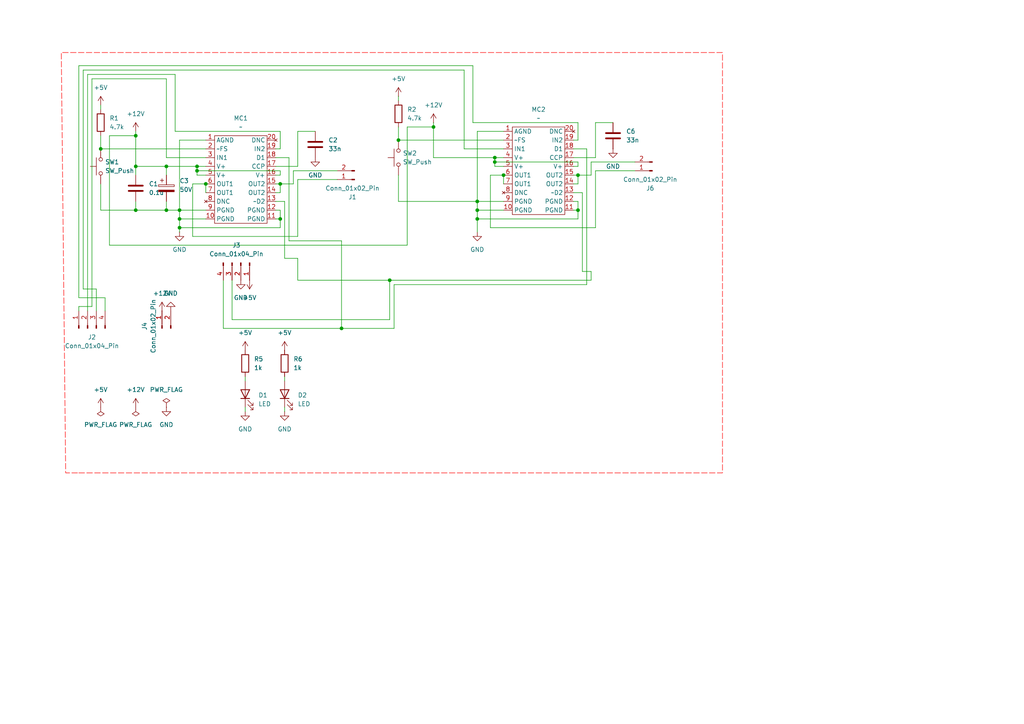
<source format=kicad_sch>
(kicad_sch
	(version 20250114)
	(generator "eeschema")
	(generator_version "9.0")
	(uuid "012b8008-ba59-4e69-83eb-3db7d303a3fa")
	(paper "A4")
	(lib_symbols
		(symbol "Connector:Conn_01x02_Pin"
			(pin_names
				(offset 1.016)
				(hide yes)
			)
			(exclude_from_sim no)
			(in_bom yes)
			(on_board yes)
			(property "Reference" "J"
				(at 0 2.54 0)
				(effects
					(font
						(size 1.27 1.27)
					)
				)
			)
			(property "Value" "Conn_01x02_Pin"
				(at 0 -5.08 0)
				(effects
					(font
						(size 1.27 1.27)
					)
				)
			)
			(property "Footprint" ""
				(at 0 0 0)
				(effects
					(font
						(size 1.27 1.27)
					)
					(hide yes)
				)
			)
			(property "Datasheet" "~"
				(at 0 0 0)
				(effects
					(font
						(size 1.27 1.27)
					)
					(hide yes)
				)
			)
			(property "Description" "Generic connector, single row, 01x02, script generated"
				(at 0 0 0)
				(effects
					(font
						(size 1.27 1.27)
					)
					(hide yes)
				)
			)
			(property "ki_locked" ""
				(at 0 0 0)
				(effects
					(font
						(size 1.27 1.27)
					)
				)
			)
			(property "ki_keywords" "connector"
				(at 0 0 0)
				(effects
					(font
						(size 1.27 1.27)
					)
					(hide yes)
				)
			)
			(property "ki_fp_filters" "Connector*:*_1x??_*"
				(at 0 0 0)
				(effects
					(font
						(size 1.27 1.27)
					)
					(hide yes)
				)
			)
			(symbol "Conn_01x02_Pin_1_1"
				(rectangle
					(start 0.8636 0.127)
					(end 0 -0.127)
					(stroke
						(width 0.1524)
						(type default)
					)
					(fill
						(type outline)
					)
				)
				(rectangle
					(start 0.8636 -2.413)
					(end 0 -2.667)
					(stroke
						(width 0.1524)
						(type default)
					)
					(fill
						(type outline)
					)
				)
				(polyline
					(pts
						(xy 1.27 0) (xy 0.8636 0)
					)
					(stroke
						(width 0.1524)
						(type default)
					)
					(fill
						(type none)
					)
				)
				(polyline
					(pts
						(xy 1.27 -2.54) (xy 0.8636 -2.54)
					)
					(stroke
						(width 0.1524)
						(type default)
					)
					(fill
						(type none)
					)
				)
				(pin passive line
					(at 5.08 0 180)
					(length 3.81)
					(name "Pin_1"
						(effects
							(font
								(size 1.27 1.27)
							)
						)
					)
					(number "1"
						(effects
							(font
								(size 1.27 1.27)
							)
						)
					)
				)
				(pin passive line
					(at 5.08 -2.54 180)
					(length 3.81)
					(name "Pin_2"
						(effects
							(font
								(size 1.27 1.27)
							)
						)
					)
					(number "2"
						(effects
							(font
								(size 1.27 1.27)
							)
						)
					)
				)
			)
			(embedded_fonts no)
		)
		(symbol "Connector:Conn_01x04_Pin"
			(pin_names
				(offset 1.016)
				(hide yes)
			)
			(exclude_from_sim no)
			(in_bom yes)
			(on_board yes)
			(property "Reference" "J"
				(at 0 5.08 0)
				(effects
					(font
						(size 1.27 1.27)
					)
				)
			)
			(property "Value" "Conn_01x04_Pin"
				(at 0 -7.62 0)
				(effects
					(font
						(size 1.27 1.27)
					)
				)
			)
			(property "Footprint" ""
				(at 0 0 0)
				(effects
					(font
						(size 1.27 1.27)
					)
					(hide yes)
				)
			)
			(property "Datasheet" "~"
				(at 0 0 0)
				(effects
					(font
						(size 1.27 1.27)
					)
					(hide yes)
				)
			)
			(property "Description" "Generic connector, single row, 01x04, script generated"
				(at 0 0 0)
				(effects
					(font
						(size 1.27 1.27)
					)
					(hide yes)
				)
			)
			(property "ki_locked" ""
				(at 0 0 0)
				(effects
					(font
						(size 1.27 1.27)
					)
				)
			)
			(property "ki_keywords" "connector"
				(at 0 0 0)
				(effects
					(font
						(size 1.27 1.27)
					)
					(hide yes)
				)
			)
			(property "ki_fp_filters" "Connector*:*_1x??_*"
				(at 0 0 0)
				(effects
					(font
						(size 1.27 1.27)
					)
					(hide yes)
				)
			)
			(symbol "Conn_01x04_Pin_1_1"
				(rectangle
					(start 0.8636 2.667)
					(end 0 2.413)
					(stroke
						(width 0.1524)
						(type default)
					)
					(fill
						(type outline)
					)
				)
				(rectangle
					(start 0.8636 0.127)
					(end 0 -0.127)
					(stroke
						(width 0.1524)
						(type default)
					)
					(fill
						(type outline)
					)
				)
				(rectangle
					(start 0.8636 -2.413)
					(end 0 -2.667)
					(stroke
						(width 0.1524)
						(type default)
					)
					(fill
						(type outline)
					)
				)
				(rectangle
					(start 0.8636 -4.953)
					(end 0 -5.207)
					(stroke
						(width 0.1524)
						(type default)
					)
					(fill
						(type outline)
					)
				)
				(polyline
					(pts
						(xy 1.27 2.54) (xy 0.8636 2.54)
					)
					(stroke
						(width 0.1524)
						(type default)
					)
					(fill
						(type none)
					)
				)
				(polyline
					(pts
						(xy 1.27 0) (xy 0.8636 0)
					)
					(stroke
						(width 0.1524)
						(type default)
					)
					(fill
						(type none)
					)
				)
				(polyline
					(pts
						(xy 1.27 -2.54) (xy 0.8636 -2.54)
					)
					(stroke
						(width 0.1524)
						(type default)
					)
					(fill
						(type none)
					)
				)
				(polyline
					(pts
						(xy 1.27 -5.08) (xy 0.8636 -5.08)
					)
					(stroke
						(width 0.1524)
						(type default)
					)
					(fill
						(type none)
					)
				)
				(pin passive line
					(at 5.08 2.54 180)
					(length 3.81)
					(name "Pin_1"
						(effects
							(font
								(size 1.27 1.27)
							)
						)
					)
					(number "1"
						(effects
							(font
								(size 1.27 1.27)
							)
						)
					)
				)
				(pin passive line
					(at 5.08 0 180)
					(length 3.81)
					(name "Pin_2"
						(effects
							(font
								(size 1.27 1.27)
							)
						)
					)
					(number "2"
						(effects
							(font
								(size 1.27 1.27)
							)
						)
					)
				)
				(pin passive line
					(at 5.08 -2.54 180)
					(length 3.81)
					(name "Pin_3"
						(effects
							(font
								(size 1.27 1.27)
							)
						)
					)
					(number "3"
						(effects
							(font
								(size 1.27 1.27)
							)
						)
					)
				)
				(pin passive line
					(at 5.08 -5.08 180)
					(length 3.81)
					(name "Pin_4"
						(effects
							(font
								(size 1.27 1.27)
							)
						)
					)
					(number "4"
						(effects
							(font
								(size 1.27 1.27)
							)
						)
					)
				)
			)
			(embedded_fonts no)
		)
		(symbol "Device:C"
			(pin_numbers
				(hide yes)
			)
			(pin_names
				(offset 0.254)
			)
			(exclude_from_sim no)
			(in_bom yes)
			(on_board yes)
			(property "Reference" "C"
				(at 0.635 2.54 0)
				(effects
					(font
						(size 1.27 1.27)
					)
					(justify left)
				)
			)
			(property "Value" "C"
				(at 0.635 -2.54 0)
				(effects
					(font
						(size 1.27 1.27)
					)
					(justify left)
				)
			)
			(property "Footprint" ""
				(at 0.9652 -3.81 0)
				(effects
					(font
						(size 1.27 1.27)
					)
					(hide yes)
				)
			)
			(property "Datasheet" "~"
				(at 0 0 0)
				(effects
					(font
						(size 1.27 1.27)
					)
					(hide yes)
				)
			)
			(property "Description" "Unpolarized capacitor"
				(at 0 0 0)
				(effects
					(font
						(size 1.27 1.27)
					)
					(hide yes)
				)
			)
			(property "ki_keywords" "cap capacitor"
				(at 0 0 0)
				(effects
					(font
						(size 1.27 1.27)
					)
					(hide yes)
				)
			)
			(property "ki_fp_filters" "C_*"
				(at 0 0 0)
				(effects
					(font
						(size 1.27 1.27)
					)
					(hide yes)
				)
			)
			(symbol "C_0_1"
				(polyline
					(pts
						(xy -2.032 0.762) (xy 2.032 0.762)
					)
					(stroke
						(width 0.508)
						(type default)
					)
					(fill
						(type none)
					)
				)
				(polyline
					(pts
						(xy -2.032 -0.762) (xy 2.032 -0.762)
					)
					(stroke
						(width 0.508)
						(type default)
					)
					(fill
						(type none)
					)
				)
			)
			(symbol "C_1_1"
				(pin passive line
					(at 0 3.81 270)
					(length 2.794)
					(name "~"
						(effects
							(font
								(size 1.27 1.27)
							)
						)
					)
					(number "1"
						(effects
							(font
								(size 1.27 1.27)
							)
						)
					)
				)
				(pin passive line
					(at 0 -3.81 90)
					(length 2.794)
					(name "~"
						(effects
							(font
								(size 1.27 1.27)
							)
						)
					)
					(number "2"
						(effects
							(font
								(size 1.27 1.27)
							)
						)
					)
				)
			)
			(embedded_fonts no)
		)
		(symbol "Device:C_Polarized"
			(pin_numbers
				(hide yes)
			)
			(pin_names
				(offset 0.254)
			)
			(exclude_from_sim no)
			(in_bom yes)
			(on_board yes)
			(property "Reference" "C"
				(at 0.635 2.54 0)
				(effects
					(font
						(size 1.27 1.27)
					)
					(justify left)
				)
			)
			(property "Value" "C_Polarized"
				(at 0.635 -2.54 0)
				(effects
					(font
						(size 1.27 1.27)
					)
					(justify left)
				)
			)
			(property "Footprint" ""
				(at 0.9652 -3.81 0)
				(effects
					(font
						(size 1.27 1.27)
					)
					(hide yes)
				)
			)
			(property "Datasheet" "~"
				(at 0 0 0)
				(effects
					(font
						(size 1.27 1.27)
					)
					(hide yes)
				)
			)
			(property "Description" "Polarized capacitor"
				(at 0 0 0)
				(effects
					(font
						(size 1.27 1.27)
					)
					(hide yes)
				)
			)
			(property "ki_keywords" "cap capacitor"
				(at 0 0 0)
				(effects
					(font
						(size 1.27 1.27)
					)
					(hide yes)
				)
			)
			(property "ki_fp_filters" "CP_*"
				(at 0 0 0)
				(effects
					(font
						(size 1.27 1.27)
					)
					(hide yes)
				)
			)
			(symbol "C_Polarized_0_1"
				(rectangle
					(start -2.286 0.508)
					(end 2.286 1.016)
					(stroke
						(width 0)
						(type default)
					)
					(fill
						(type none)
					)
				)
				(polyline
					(pts
						(xy -1.778 2.286) (xy -0.762 2.286)
					)
					(stroke
						(width 0)
						(type default)
					)
					(fill
						(type none)
					)
				)
				(polyline
					(pts
						(xy -1.27 2.794) (xy -1.27 1.778)
					)
					(stroke
						(width 0)
						(type default)
					)
					(fill
						(type none)
					)
				)
				(rectangle
					(start 2.286 -0.508)
					(end -2.286 -1.016)
					(stroke
						(width 0)
						(type default)
					)
					(fill
						(type outline)
					)
				)
			)
			(symbol "C_Polarized_1_1"
				(pin passive line
					(at 0 3.81 270)
					(length 2.794)
					(name "~"
						(effects
							(font
								(size 1.27 1.27)
							)
						)
					)
					(number "1"
						(effects
							(font
								(size 1.27 1.27)
							)
						)
					)
				)
				(pin passive line
					(at 0 -3.81 90)
					(length 2.794)
					(name "~"
						(effects
							(font
								(size 1.27 1.27)
							)
						)
					)
					(number "2"
						(effects
							(font
								(size 1.27 1.27)
							)
						)
					)
				)
			)
			(embedded_fonts no)
		)
		(symbol "Device:LED"
			(pin_numbers
				(hide yes)
			)
			(pin_names
				(offset 1.016)
				(hide yes)
			)
			(exclude_from_sim no)
			(in_bom yes)
			(on_board yes)
			(property "Reference" "D"
				(at 0 2.54 0)
				(effects
					(font
						(size 1.27 1.27)
					)
				)
			)
			(property "Value" "LED"
				(at 0 -2.54 0)
				(effects
					(font
						(size 1.27 1.27)
					)
				)
			)
			(property "Footprint" ""
				(at 0 0 0)
				(effects
					(font
						(size 1.27 1.27)
					)
					(hide yes)
				)
			)
			(property "Datasheet" "~"
				(at 0 0 0)
				(effects
					(font
						(size 1.27 1.27)
					)
					(hide yes)
				)
			)
			(property "Description" "Light emitting diode"
				(at 0 0 0)
				(effects
					(font
						(size 1.27 1.27)
					)
					(hide yes)
				)
			)
			(property "Sim.Pins" "1=K 2=A"
				(at 0 0 0)
				(effects
					(font
						(size 1.27 1.27)
					)
					(hide yes)
				)
			)
			(property "ki_keywords" "LED diode"
				(at 0 0 0)
				(effects
					(font
						(size 1.27 1.27)
					)
					(hide yes)
				)
			)
			(property "ki_fp_filters" "LED* LED_SMD:* LED_THT:*"
				(at 0 0 0)
				(effects
					(font
						(size 1.27 1.27)
					)
					(hide yes)
				)
			)
			(symbol "LED_0_1"
				(polyline
					(pts
						(xy -3.048 -0.762) (xy -4.572 -2.286) (xy -3.81 -2.286) (xy -4.572 -2.286) (xy -4.572 -1.524)
					)
					(stroke
						(width 0)
						(type default)
					)
					(fill
						(type none)
					)
				)
				(polyline
					(pts
						(xy -1.778 -0.762) (xy -3.302 -2.286) (xy -2.54 -2.286) (xy -3.302 -2.286) (xy -3.302 -1.524)
					)
					(stroke
						(width 0)
						(type default)
					)
					(fill
						(type none)
					)
				)
				(polyline
					(pts
						(xy -1.27 0) (xy 1.27 0)
					)
					(stroke
						(width 0)
						(type default)
					)
					(fill
						(type none)
					)
				)
				(polyline
					(pts
						(xy -1.27 -1.27) (xy -1.27 1.27)
					)
					(stroke
						(width 0.254)
						(type default)
					)
					(fill
						(type none)
					)
				)
				(polyline
					(pts
						(xy 1.27 -1.27) (xy 1.27 1.27) (xy -1.27 0) (xy 1.27 -1.27)
					)
					(stroke
						(width 0.254)
						(type default)
					)
					(fill
						(type none)
					)
				)
			)
			(symbol "LED_1_1"
				(pin passive line
					(at -3.81 0 0)
					(length 2.54)
					(name "K"
						(effects
							(font
								(size 1.27 1.27)
							)
						)
					)
					(number "1"
						(effects
							(font
								(size 1.27 1.27)
							)
						)
					)
				)
				(pin passive line
					(at 3.81 0 180)
					(length 2.54)
					(name "A"
						(effects
							(font
								(size 1.27 1.27)
							)
						)
					)
					(number "2"
						(effects
							(font
								(size 1.27 1.27)
							)
						)
					)
				)
			)
			(embedded_fonts no)
		)
		(symbol "Device:R"
			(pin_numbers
				(hide yes)
			)
			(pin_names
				(offset 0)
			)
			(exclude_from_sim no)
			(in_bom yes)
			(on_board yes)
			(property "Reference" "R"
				(at 2.032 0 90)
				(effects
					(font
						(size 1.27 1.27)
					)
				)
			)
			(property "Value" "R"
				(at 0 0 90)
				(effects
					(font
						(size 1.27 1.27)
					)
				)
			)
			(property "Footprint" ""
				(at -1.778 0 90)
				(effects
					(font
						(size 1.27 1.27)
					)
					(hide yes)
				)
			)
			(property "Datasheet" "~"
				(at 0 0 0)
				(effects
					(font
						(size 1.27 1.27)
					)
					(hide yes)
				)
			)
			(property "Description" "Resistor"
				(at 0 0 0)
				(effects
					(font
						(size 1.27 1.27)
					)
					(hide yes)
				)
			)
			(property "ki_keywords" "R res resistor"
				(at 0 0 0)
				(effects
					(font
						(size 1.27 1.27)
					)
					(hide yes)
				)
			)
			(property "ki_fp_filters" "R_*"
				(at 0 0 0)
				(effects
					(font
						(size 1.27 1.27)
					)
					(hide yes)
				)
			)
			(symbol "R_0_1"
				(rectangle
					(start -1.016 -2.54)
					(end 1.016 2.54)
					(stroke
						(width 0.254)
						(type default)
					)
					(fill
						(type none)
					)
				)
			)
			(symbol "R_1_1"
				(pin passive line
					(at 0 3.81 270)
					(length 1.27)
					(name "~"
						(effects
							(font
								(size 1.27 1.27)
							)
						)
					)
					(number "1"
						(effects
							(font
								(size 1.27 1.27)
							)
						)
					)
				)
				(pin passive line
					(at 0 -3.81 90)
					(length 1.27)
					(name "~"
						(effects
							(font
								(size 1.27 1.27)
							)
						)
					)
					(number "2"
						(effects
							(font
								(size 1.27 1.27)
							)
						)
					)
				)
			)
			(embedded_fonts no)
		)
		(symbol "MC3386:MC33886"
			(exclude_from_sim no)
			(in_bom yes)
			(on_board yes)
			(property "Reference" "MC33886"
				(at -0.508 15.24 0)
				(effects
					(font
						(size 1.27 1.27)
					)
				)
			)
			(property "Value" ""
				(at 0 0 0)
				(effects
					(font
						(size 1.27 1.27)
					)
				)
			)
			(property "Footprint" ""
				(at 0 0 0)
				(effects
					(font
						(size 1.27 1.27)
					)
					(hide yes)
				)
			)
			(property "Datasheet" ""
				(at 0 0 0)
				(effects
					(font
						(size 1.27 1.27)
					)
					(hide yes)
				)
			)
			(property "Description" ""
				(at 0 0 0)
				(effects
					(font
						(size 1.27 1.27)
					)
					(hide yes)
				)
			)
			(symbol "MC33886_0_1"
				(rectangle
					(start -7.62 12.7)
					(end 7.62 -12.7)
					(stroke
						(width 0)
						(type default)
					)
					(fill
						(type none)
					)
				)
			)
			(symbol "MC33886_1_1"
				(pin power_in line
					(at -10.16 11.43 0)
					(length 2.54)
					(name "AGND"
						(effects
							(font
								(size 1.27 1.27)
							)
						)
					)
					(number "1"
						(effects
							(font
								(size 1.27 1.27)
							)
						)
					)
				)
				(pin input line
					(at -10.16 8.89 0)
					(length 2.54)
					(name "~FS"
						(effects
							(font
								(size 1.27 1.27)
							)
						)
					)
					(number "2"
						(effects
							(font
								(size 1.27 1.27)
							)
						)
					)
				)
				(pin input line
					(at -10.16 6.35 0)
					(length 2.54)
					(name "IN1"
						(effects
							(font
								(size 1.27 1.27)
							)
						)
					)
					(number "3"
						(effects
							(font
								(size 1.27 1.27)
							)
						)
					)
				)
				(pin power_in line
					(at -10.16 3.81 0)
					(length 2.54)
					(name "V+"
						(effects
							(font
								(size 1.27 1.27)
							)
						)
					)
					(number "4"
						(effects
							(font
								(size 1.27 1.27)
							)
						)
					)
				)
				(pin power_in line
					(at -10.16 1.27 0)
					(length 2.54)
					(name "V+"
						(effects
							(font
								(size 1.27 1.27)
							)
						)
					)
					(number "5"
						(effects
							(font
								(size 1.27 1.27)
							)
						)
					)
				)
				(pin output line
					(at -10.16 -1.27 0)
					(length 2.54)
					(name "OUT1"
						(effects
							(font
								(size 1.27 1.27)
							)
						)
					)
					(number "6"
						(effects
							(font
								(size 1.27 1.27)
							)
						)
					)
				)
				(pin output line
					(at -10.16 -3.81 0)
					(length 2.54)
					(name "OUT1"
						(effects
							(font
								(size 1.27 1.27)
							)
						)
					)
					(number "7"
						(effects
							(font
								(size 1.27 1.27)
							)
						)
					)
				)
				(pin no_connect line
					(at -10.16 -6.35 0)
					(length 2.54)
					(name "DNC"
						(effects
							(font
								(size 1.27 1.27)
							)
						)
					)
					(number "8"
						(effects
							(font
								(size 1.27 1.27)
							)
						)
					)
				)
				(pin power_in line
					(at -10.16 -8.89 0)
					(length 2.54)
					(name "PGND"
						(effects
							(font
								(size 1.27 1.27)
							)
						)
					)
					(number "9"
						(effects
							(font
								(size 1.27 1.27)
							)
						)
					)
				)
				(pin power_in line
					(at -10.16 -11.43 0)
					(length 2.54)
					(name "PGND"
						(effects
							(font
								(size 1.27 1.27)
							)
						)
					)
					(number "10"
						(effects
							(font
								(size 1.27 1.27)
							)
						)
					)
				)
				(pin no_connect line
					(at 10.16 11.43 180)
					(length 2.54)
					(name "DNC"
						(effects
							(font
								(size 1.27 1.27)
							)
						)
					)
					(number "20"
						(effects
							(font
								(size 1.27 1.27)
							)
						)
					)
				)
				(pin input line
					(at 10.16 8.89 180)
					(length 2.54)
					(name "IN2"
						(effects
							(font
								(size 1.27 1.27)
							)
						)
					)
					(number "19"
						(effects
							(font
								(size 1.27 1.27)
							)
						)
					)
				)
				(pin input line
					(at 10.16 6.35 180)
					(length 2.54)
					(name "D1"
						(effects
							(font
								(size 1.27 1.27)
							)
						)
					)
					(number "18"
						(effects
							(font
								(size 1.27 1.27)
							)
						)
					)
				)
				(pin input line
					(at 10.16 3.81 180)
					(length 2.54)
					(name "CCP"
						(effects
							(font
								(size 1.27 1.27)
							)
						)
					)
					(number "17"
						(effects
							(font
								(size 1.27 1.27)
							)
						)
					)
				)
				(pin power_in line
					(at 10.16 1.27 180)
					(length 2.54)
					(name "V+"
						(effects
							(font
								(size 1.27 1.27)
							)
						)
					)
					(number "16"
						(effects
							(font
								(size 1.27 1.27)
							)
						)
					)
				)
				(pin output line
					(at 10.16 -1.27 180)
					(length 2.54)
					(name "OUT2"
						(effects
							(font
								(size 1.27 1.27)
							)
						)
					)
					(number "15"
						(effects
							(font
								(size 1.27 1.27)
							)
						)
					)
				)
				(pin output line
					(at 10.16 -3.81 180)
					(length 2.54)
					(name "OUT2"
						(effects
							(font
								(size 1.27 1.27)
							)
						)
					)
					(number "14"
						(effects
							(font
								(size 1.27 1.27)
							)
						)
					)
				)
				(pin input line
					(at 10.16 -6.35 180)
					(length 2.54)
					(name "~D2"
						(effects
							(font
								(size 1.27 1.27)
							)
						)
					)
					(number "13"
						(effects
							(font
								(size 1.27 1.27)
							)
						)
					)
				)
				(pin power_in line
					(at 10.16 -8.89 180)
					(length 2.54)
					(name "PGND"
						(effects
							(font
								(size 1.27 1.27)
							)
						)
					)
					(number "12"
						(effects
							(font
								(size 1.27 1.27)
							)
						)
					)
				)
				(pin power_in line
					(at 10.16 -11.43 180)
					(length 2.54)
					(name "PGND"
						(effects
							(font
								(size 1.27 1.27)
							)
						)
					)
					(number "11"
						(effects
							(font
								(size 1.27 1.27)
							)
						)
					)
				)
			)
			(embedded_fonts no)
		)
		(symbol "Switch:SW_Push"
			(pin_numbers
				(hide yes)
			)
			(pin_names
				(offset 1.016)
				(hide yes)
			)
			(exclude_from_sim no)
			(in_bom yes)
			(on_board yes)
			(property "Reference" "SW"
				(at 1.27 2.54 0)
				(effects
					(font
						(size 1.27 1.27)
					)
					(justify left)
				)
			)
			(property "Value" "SW_Push"
				(at 0 -1.524 0)
				(effects
					(font
						(size 1.27 1.27)
					)
				)
			)
			(property "Footprint" ""
				(at 0 5.08 0)
				(effects
					(font
						(size 1.27 1.27)
					)
					(hide yes)
				)
			)
			(property "Datasheet" "~"
				(at 0 5.08 0)
				(effects
					(font
						(size 1.27 1.27)
					)
					(hide yes)
				)
			)
			(property "Description" "Push button switch, generic, two pins"
				(at 0 0 0)
				(effects
					(font
						(size 1.27 1.27)
					)
					(hide yes)
				)
			)
			(property "ki_keywords" "switch normally-open pushbutton push-button"
				(at 0 0 0)
				(effects
					(font
						(size 1.27 1.27)
					)
					(hide yes)
				)
			)
			(symbol "SW_Push_0_1"
				(circle
					(center -2.032 0)
					(radius 0.508)
					(stroke
						(width 0)
						(type default)
					)
					(fill
						(type none)
					)
				)
				(polyline
					(pts
						(xy 0 1.27) (xy 0 3.048)
					)
					(stroke
						(width 0)
						(type default)
					)
					(fill
						(type none)
					)
				)
				(circle
					(center 2.032 0)
					(radius 0.508)
					(stroke
						(width 0)
						(type default)
					)
					(fill
						(type none)
					)
				)
				(polyline
					(pts
						(xy 2.54 1.27) (xy -2.54 1.27)
					)
					(stroke
						(width 0)
						(type default)
					)
					(fill
						(type none)
					)
				)
				(pin passive line
					(at -5.08 0 0)
					(length 2.54)
					(name "1"
						(effects
							(font
								(size 1.27 1.27)
							)
						)
					)
					(number "1"
						(effects
							(font
								(size 1.27 1.27)
							)
						)
					)
				)
				(pin passive line
					(at 5.08 0 180)
					(length 2.54)
					(name "2"
						(effects
							(font
								(size 1.27 1.27)
							)
						)
					)
					(number "2"
						(effects
							(font
								(size 1.27 1.27)
							)
						)
					)
				)
			)
			(embedded_fonts no)
		)
		(symbol "power:+12V"
			(power)
			(pin_numbers
				(hide yes)
			)
			(pin_names
				(offset 0)
				(hide yes)
			)
			(exclude_from_sim no)
			(in_bom yes)
			(on_board yes)
			(property "Reference" "#PWR"
				(at 0 -3.81 0)
				(effects
					(font
						(size 1.27 1.27)
					)
					(hide yes)
				)
			)
			(property "Value" "+12V"
				(at 0 3.556 0)
				(effects
					(font
						(size 1.27 1.27)
					)
				)
			)
			(property "Footprint" ""
				(at 0 0 0)
				(effects
					(font
						(size 1.27 1.27)
					)
					(hide yes)
				)
			)
			(property "Datasheet" ""
				(at 0 0 0)
				(effects
					(font
						(size 1.27 1.27)
					)
					(hide yes)
				)
			)
			(property "Description" "Power symbol creates a global label with name \"+12V\""
				(at 0 0 0)
				(effects
					(font
						(size 1.27 1.27)
					)
					(hide yes)
				)
			)
			(property "ki_keywords" "global power"
				(at 0 0 0)
				(effects
					(font
						(size 1.27 1.27)
					)
					(hide yes)
				)
			)
			(symbol "+12V_0_1"
				(polyline
					(pts
						(xy -0.762 1.27) (xy 0 2.54)
					)
					(stroke
						(width 0)
						(type default)
					)
					(fill
						(type none)
					)
				)
				(polyline
					(pts
						(xy 0 2.54) (xy 0.762 1.27)
					)
					(stroke
						(width 0)
						(type default)
					)
					(fill
						(type none)
					)
				)
				(polyline
					(pts
						(xy 0 0) (xy 0 2.54)
					)
					(stroke
						(width 0)
						(type default)
					)
					(fill
						(type none)
					)
				)
			)
			(symbol "+12V_1_1"
				(pin power_in line
					(at 0 0 90)
					(length 0)
					(name "~"
						(effects
							(font
								(size 1.27 1.27)
							)
						)
					)
					(number "1"
						(effects
							(font
								(size 1.27 1.27)
							)
						)
					)
				)
			)
			(embedded_fonts no)
		)
		(symbol "power:+5V"
			(power)
			(pin_numbers
				(hide yes)
			)
			(pin_names
				(offset 0)
				(hide yes)
			)
			(exclude_from_sim no)
			(in_bom yes)
			(on_board yes)
			(property "Reference" "#PWR"
				(at 0 -3.81 0)
				(effects
					(font
						(size 1.27 1.27)
					)
					(hide yes)
				)
			)
			(property "Value" "+5V"
				(at 0 3.556 0)
				(effects
					(font
						(size 1.27 1.27)
					)
				)
			)
			(property "Footprint" ""
				(at 0 0 0)
				(effects
					(font
						(size 1.27 1.27)
					)
					(hide yes)
				)
			)
			(property "Datasheet" ""
				(at 0 0 0)
				(effects
					(font
						(size 1.27 1.27)
					)
					(hide yes)
				)
			)
			(property "Description" "Power symbol creates a global label with name \"+5V\""
				(at 0 0 0)
				(effects
					(font
						(size 1.27 1.27)
					)
					(hide yes)
				)
			)
			(property "ki_keywords" "global power"
				(at 0 0 0)
				(effects
					(font
						(size 1.27 1.27)
					)
					(hide yes)
				)
			)
			(symbol "+5V_0_1"
				(polyline
					(pts
						(xy -0.762 1.27) (xy 0 2.54)
					)
					(stroke
						(width 0)
						(type default)
					)
					(fill
						(type none)
					)
				)
				(polyline
					(pts
						(xy 0 2.54) (xy 0.762 1.27)
					)
					(stroke
						(width 0)
						(type default)
					)
					(fill
						(type none)
					)
				)
				(polyline
					(pts
						(xy 0 0) (xy 0 2.54)
					)
					(stroke
						(width 0)
						(type default)
					)
					(fill
						(type none)
					)
				)
			)
			(symbol "+5V_1_1"
				(pin power_in line
					(at 0 0 90)
					(length 0)
					(name "~"
						(effects
							(font
								(size 1.27 1.27)
							)
						)
					)
					(number "1"
						(effects
							(font
								(size 1.27 1.27)
							)
						)
					)
				)
			)
			(embedded_fonts no)
		)
		(symbol "power:GND"
			(power)
			(pin_numbers
				(hide yes)
			)
			(pin_names
				(offset 0)
				(hide yes)
			)
			(exclude_from_sim no)
			(in_bom yes)
			(on_board yes)
			(property "Reference" "#PWR"
				(at 0 -6.35 0)
				(effects
					(font
						(size 1.27 1.27)
					)
					(hide yes)
				)
			)
			(property "Value" "GND"
				(at 0 -3.81 0)
				(effects
					(font
						(size 1.27 1.27)
					)
				)
			)
			(property "Footprint" ""
				(at 0 0 0)
				(effects
					(font
						(size 1.27 1.27)
					)
					(hide yes)
				)
			)
			(property "Datasheet" ""
				(at 0 0 0)
				(effects
					(font
						(size 1.27 1.27)
					)
					(hide yes)
				)
			)
			(property "Description" "Power symbol creates a global label with name \"GND\" , ground"
				(at 0 0 0)
				(effects
					(font
						(size 1.27 1.27)
					)
					(hide yes)
				)
			)
			(property "ki_keywords" "global power"
				(at 0 0 0)
				(effects
					(font
						(size 1.27 1.27)
					)
					(hide yes)
				)
			)
			(symbol "GND_0_1"
				(polyline
					(pts
						(xy 0 0) (xy 0 -1.27) (xy 1.27 -1.27) (xy 0 -2.54) (xy -1.27 -1.27) (xy 0 -1.27)
					)
					(stroke
						(width 0)
						(type default)
					)
					(fill
						(type none)
					)
				)
			)
			(symbol "GND_1_1"
				(pin power_in line
					(at 0 0 270)
					(length 0)
					(name "~"
						(effects
							(font
								(size 1.27 1.27)
							)
						)
					)
					(number "1"
						(effects
							(font
								(size 1.27 1.27)
							)
						)
					)
				)
			)
			(embedded_fonts no)
		)
		(symbol "power:PWR_FLAG"
			(power)
			(pin_numbers
				(hide yes)
			)
			(pin_names
				(offset 0)
				(hide yes)
			)
			(exclude_from_sim no)
			(in_bom yes)
			(on_board yes)
			(property "Reference" "#FLG"
				(at 0 1.905 0)
				(effects
					(font
						(size 1.27 1.27)
					)
					(hide yes)
				)
			)
			(property "Value" "PWR_FLAG"
				(at 0 3.81 0)
				(effects
					(font
						(size 1.27 1.27)
					)
				)
			)
			(property "Footprint" ""
				(at 0 0 0)
				(effects
					(font
						(size 1.27 1.27)
					)
					(hide yes)
				)
			)
			(property "Datasheet" "~"
				(at 0 0 0)
				(effects
					(font
						(size 1.27 1.27)
					)
					(hide yes)
				)
			)
			(property "Description" "Special symbol for telling ERC where power comes from"
				(at 0 0 0)
				(effects
					(font
						(size 1.27 1.27)
					)
					(hide yes)
				)
			)
			(property "ki_keywords" "flag power"
				(at 0 0 0)
				(effects
					(font
						(size 1.27 1.27)
					)
					(hide yes)
				)
			)
			(symbol "PWR_FLAG_0_0"
				(pin power_out line
					(at 0 0 90)
					(length 0)
					(name "~"
						(effects
							(font
								(size 1.27 1.27)
							)
						)
					)
					(number "1"
						(effects
							(font
								(size 1.27 1.27)
							)
						)
					)
				)
			)
			(symbol "PWR_FLAG_0_1"
				(polyline
					(pts
						(xy 0 0) (xy 0 1.27) (xy -1.016 1.905) (xy 0 2.54) (xy 1.016 1.905) (xy 0 1.27)
					)
					(stroke
						(width 0)
						(type default)
					)
					(fill
						(type none)
					)
				)
			)
			(embedded_fonts no)
		)
	)
	(junction
		(at 115.57 40.64)
		(diameter 0)
		(color 0 0 0 0)
		(uuid "0505285e-c5cd-42c5-ae3c-30c5d9c49eaa")
	)
	(junction
		(at 138.43 58.42)
		(diameter 0)
		(color 0 0 0 0)
		(uuid "0b8bf08f-00bf-4a37-8f76-49d3f856107b")
	)
	(junction
		(at 39.37 48.26)
		(diameter 0)
		(color 0 0 0 0)
		(uuid "242d5a76-a06a-49ba-9887-be2f391d59b6")
	)
	(junction
		(at 29.21 43.18)
		(diameter 0)
		(color 0 0 0 0)
		(uuid "3933bea4-7d3e-4a83-8c22-0c08cf0ac481")
	)
	(junction
		(at 113.03 81.28)
		(diameter 0)
		(color 0 0 0 0)
		(uuid "395e10de-bff3-45f5-ac07-587f4966666e")
	)
	(junction
		(at 138.43 63.5)
		(diameter 0)
		(color 0 0 0 0)
		(uuid "424f18aa-3c8a-4a59-9eb9-b49504bdfb79")
	)
	(junction
		(at 81.28 63.5)
		(diameter 0)
		(color 0 0 0 0)
		(uuid "4b5e48ca-b7dd-4da5-9ba2-5d1cd720f0cb")
	)
	(junction
		(at 52.07 66.04)
		(diameter 0)
		(color 0 0 0 0)
		(uuid "5b09e593-9375-4810-8be3-2534b45c9c00")
	)
	(junction
		(at 125.73 36.83)
		(diameter 0)
		(color 0 0 0 0)
		(uuid "5d6c39b3-6ec1-4599-b180-18cb1ae4dddd")
	)
	(junction
		(at 81.28 53.34)
		(diameter 0)
		(color 0 0 0 0)
		(uuid "684a6055-71b6-4eed-ae1c-6d4432c1a122")
	)
	(junction
		(at 52.07 63.5)
		(diameter 0)
		(color 0 0 0 0)
		(uuid "692e1ee0-ec89-46c3-bd28-1d039dc90611")
	)
	(junction
		(at 59.69 53.34)
		(diameter 0)
		(color 0 0 0 0)
		(uuid "758081e8-442f-45ef-b14a-064fc96ae516")
	)
	(junction
		(at 167.64 50.8)
		(diameter 0)
		(color 0 0 0 0)
		(uuid "88b257ef-0542-4d94-b34f-65351abb6590")
	)
	(junction
		(at 39.37 60.96)
		(diameter 0)
		(color 0 0 0 0)
		(uuid "904d9308-8478-4ef4-9da8-bf262063c64a")
	)
	(junction
		(at 146.05 50.8)
		(diameter 0)
		(color 0 0 0 0)
		(uuid "ad9ba829-00e0-418c-b207-48ff3b024e1f")
	)
	(junction
		(at 48.26 48.26)
		(diameter 0)
		(color 0 0 0 0)
		(uuid "c026b2a5-b30a-4b08-9bd5-41ff2f6699b9")
	)
	(junction
		(at 39.37 39.37)
		(diameter 0)
		(color 0 0 0 0)
		(uuid "c4c484d0-62dc-47a4-9f11-b01ae656bdc5")
	)
	(junction
		(at 167.64 60.96)
		(diameter 0)
		(color 0 0 0 0)
		(uuid "c79ad196-e99b-4509-adfc-42c7fd9232a2")
	)
	(junction
		(at 48.26 60.96)
		(diameter 0)
		(color 0 0 0 0)
		(uuid "ca97ad15-9d57-4612-ad8e-8362b833a7c7")
	)
	(junction
		(at 57.15 48.26)
		(diameter 0)
		(color 0 0 0 0)
		(uuid "e4987282-3203-45ae-9a97-adcb9a1bcaa5")
	)
	(junction
		(at 138.43 60.96)
		(diameter 0)
		(color 0 0 0 0)
		(uuid "e68d7f7e-7ccd-4a72-9954-2b4e188b8a0f")
	)
	(junction
		(at 57.15 49.53)
		(diameter 0)
		(color 0 0 0 0)
		(uuid "e8e30bff-7410-45c4-9125-1bcde256b09f")
	)
	(junction
		(at 143.51 45.72)
		(diameter 0)
		(color 0 0 0 0)
		(uuid "ea3f2671-f167-472a-af04-95912ab7bd17")
	)
	(junction
		(at 99.06 95.25)
		(diameter 0)
		(color 0 0 0 0)
		(uuid "f1c2134d-d94b-4692-80a1-6467c6f79d7f")
	)
	(junction
		(at 52.07 60.96)
		(diameter 0)
		(color 0 0 0 0)
		(uuid "fa20b7e9-6a27-489a-9263-568524a266ed")
	)
	(junction
		(at 143.51 46.99)
		(diameter 0)
		(color 0 0 0 0)
		(uuid "fcead81c-7814-44f1-bb84-205c138e7910")
	)
	(wire
		(pts
			(xy 31.75 39.37) (xy 39.37 39.37)
		)
		(stroke
			(width 0)
			(type default)
		)
		(uuid "0104dcfc-325b-4a82-a3b5-f7b0c813f109")
	)
	(wire
		(pts
			(xy 52.07 66.04) (xy 52.07 67.31)
		)
		(stroke
			(width 0)
			(type default)
		)
		(uuid "02897ac2-4d8c-4fbc-b120-b0d9af07f3ff")
	)
	(wire
		(pts
			(xy 48.26 60.96) (xy 52.07 60.96)
		)
		(stroke
			(width 0)
			(type default)
		)
		(uuid "02e3078d-a973-4d3d-b107-2305bba4cc74")
	)
	(wire
		(pts
			(xy 29.21 53.34) (xy 29.21 60.96)
		)
		(stroke
			(width 0)
			(type default)
		)
		(uuid "04459935-e76d-4915-9a96-62a103dff6d2")
	)
	(wire
		(pts
			(xy 171.45 46.99) (xy 184.15 46.99)
		)
		(stroke
			(width 0)
			(type default)
		)
		(uuid "07879271-dcea-4716-b262-e02ae26c7f88")
	)
	(wire
		(pts
			(xy 170.18 82.55) (xy 114.3 82.55)
		)
		(stroke
			(width 0)
			(type default)
		)
		(uuid "081c04c7-34c6-4101-9d7c-a18dcc5cf427")
	)
	(wire
		(pts
			(xy 39.37 39.37) (xy 39.37 48.26)
		)
		(stroke
			(width 0)
			(type default)
		)
		(uuid "0b14c7e1-c9cc-48e8-bca5-57daf937c2c6")
	)
	(wire
		(pts
			(xy 118.11 36.83) (xy 125.73 36.83)
		)
		(stroke
			(width 0)
			(type default)
		)
		(uuid "0b84d259-167f-493c-bd49-d5cd84b45ab6")
	)
	(wire
		(pts
			(xy 146.05 58.42) (xy 138.43 58.42)
		)
		(stroke
			(width 0)
			(type default)
		)
		(uuid "0cc063e1-75df-4043-be9d-b15750ba43ae")
	)
	(wire
		(pts
			(xy 114.3 95.25) (xy 99.06 95.25)
		)
		(stroke
			(width 0)
			(type default)
		)
		(uuid "0d82430c-7553-42bb-8d8c-b7baa86cca0b")
	)
	(wire
		(pts
			(xy 166.37 55.88) (xy 168.91 55.88)
		)
		(stroke
			(width 0)
			(type default)
		)
		(uuid "0fca8d99-504e-419d-8702-21c1f17ca9a0")
	)
	(wire
		(pts
			(xy 168.91 78.74) (xy 171.45 78.74)
		)
		(stroke
			(width 0)
			(type default)
		)
		(uuid "1274337f-3449-4c97-9e5f-67a3088f7b70")
	)
	(wire
		(pts
			(xy 57.15 48.26) (xy 57.15 49.53)
		)
		(stroke
			(width 0)
			(type default)
		)
		(uuid "15947710-c16b-4a85-8f1a-94be502674b0")
	)
	(wire
		(pts
			(xy 29.21 60.96) (xy 39.37 60.96)
		)
		(stroke
			(width 0)
			(type default)
		)
		(uuid "1601afa8-6b18-465f-9831-a502921c996e")
	)
	(wire
		(pts
			(xy 29.21 43.18) (xy 59.69 43.18)
		)
		(stroke
			(width 0)
			(type default)
		)
		(uuid "16e00cf6-bdef-4041-afb0-8c3c6e624efe")
	)
	(wire
		(pts
			(xy 167.64 40.64) (xy 167.64 35.56)
		)
		(stroke
			(width 0)
			(type default)
		)
		(uuid "177dd463-db11-46ad-a9a9-4129c49557e4")
	)
	(wire
		(pts
			(xy 142.24 50.8) (xy 142.24 66.04)
		)
		(stroke
			(width 0)
			(type default)
		)
		(uuid "1793b0ab-0a21-437a-8b7f-66d2ee4f72fc")
	)
	(wire
		(pts
			(xy 48.26 48.26) (xy 57.15 48.26)
		)
		(stroke
			(width 0)
			(type default)
		)
		(uuid "1aada079-c8aa-4a13-b4df-3303eb7c701a")
	)
	(wire
		(pts
			(xy 52.07 60.96) (xy 52.07 63.5)
		)
		(stroke
			(width 0)
			(type default)
		)
		(uuid "1b02d70c-1bd3-430c-b335-e6aff87af887")
	)
	(wire
		(pts
			(xy 99.06 69.85) (xy 99.06 95.25)
		)
		(stroke
			(width 0)
			(type default)
		)
		(uuid "202c3128-f7db-4881-988f-51e1f3cc3640")
	)
	(wire
		(pts
			(xy 39.37 58.42) (xy 39.37 60.96)
		)
		(stroke
			(width 0)
			(type default)
		)
		(uuid "2206cb7c-70de-4099-91e1-889f45505d91")
	)
	(wire
		(pts
			(xy 85.09 49.53) (xy 85.09 53.34)
		)
		(stroke
			(width 0)
			(type default)
		)
		(uuid "242a523f-a4bd-4fe7-8b7e-8504a0e4c3c7")
	)
	(wire
		(pts
			(xy 167.64 60.96) (xy 166.37 60.96)
		)
		(stroke
			(width 0)
			(type default)
		)
		(uuid "2806bfb9-4d93-4074-b8ca-8bf5f60020c5")
	)
	(wire
		(pts
			(xy 142.24 66.04) (xy 172.72 66.04)
		)
		(stroke
			(width 0)
			(type default)
		)
		(uuid "28eb0f4c-0b79-4d06-90a8-2882a27350a7")
	)
	(wire
		(pts
			(xy 167.64 63.5) (xy 138.43 63.5)
		)
		(stroke
			(width 0)
			(type default)
		)
		(uuid "291ec759-3496-4bf7-99c7-8508b622308f")
	)
	(wire
		(pts
			(xy 26.67 88.9) (xy 22.86 88.9)
		)
		(stroke
			(width 0)
			(type default)
		)
		(uuid "29a07f96-4615-43d2-b518-0907233f7cd3")
	)
	(wire
		(pts
			(xy 59.69 45.72) (xy 48.26 45.72)
		)
		(stroke
			(width 0)
			(type default)
		)
		(uuid "2ac96fef-bf6d-417b-9df7-1dd3235cd207")
	)
	(wire
		(pts
			(xy 71.12 118.11) (xy 71.12 119.38)
		)
		(stroke
			(width 0)
			(type default)
		)
		(uuid "2b1435e7-ce58-4678-abd7-22e23f1dc8b5")
	)
	(wire
		(pts
			(xy 48.26 22.86) (xy 26.67 22.86)
		)
		(stroke
			(width 0)
			(type default)
		)
		(uuid "2d792de1-edec-4907-ac74-169ade513d3f")
	)
	(wire
		(pts
			(xy 166.37 45.72) (xy 172.72 45.72)
		)
		(stroke
			(width 0)
			(type default)
		)
		(uuid "2d90c17d-a403-41d7-8b07-e653ade9755e")
	)
	(wire
		(pts
			(xy 166.37 50.8) (xy 167.64 50.8)
		)
		(stroke
			(width 0)
			(type default)
		)
		(uuid "2efdba2c-b15e-4ee3-8559-5dc1afecfc0c")
	)
	(wire
		(pts
			(xy 166.37 43.18) (xy 170.18 43.18)
		)
		(stroke
			(width 0)
			(type default)
		)
		(uuid "2f062c97-7531-4426-8c4b-7b012dc60aad")
	)
	(wire
		(pts
			(xy 115.57 40.64) (xy 146.05 40.64)
		)
		(stroke
			(width 0)
			(type default)
		)
		(uuid "3027f96e-1691-4dde-8fac-45a57a79f5fc")
	)
	(wire
		(pts
			(xy 59.69 53.34) (xy 59.69 55.88)
		)
		(stroke
			(width 0)
			(type default)
		)
		(uuid "32e9e17d-5f98-4c42-851b-0f64913f9aa3")
	)
	(wire
		(pts
			(xy 166.37 48.26) (xy 167.64 48.26)
		)
		(stroke
			(width 0)
			(type default)
		)
		(uuid "333e0dea-8566-48a0-9d0c-b55611a38c2d")
	)
	(wire
		(pts
			(xy 29.21 39.37) (xy 29.21 43.18)
		)
		(stroke
			(width 0)
			(type default)
		)
		(uuid "365e6936-e378-4db8-b3d3-f8293aee0a6d")
	)
	(wire
		(pts
			(xy 81.28 66.04) (xy 52.07 66.04)
		)
		(stroke
			(width 0)
			(type default)
		)
		(uuid "382e80f2-1a2d-47ec-a47f-2f5048b4f1ec")
	)
	(wire
		(pts
			(xy 125.73 35.56) (xy 125.73 36.83)
		)
		(stroke
			(width 0)
			(type default)
		)
		(uuid "383f03c0-6609-4331-b95d-7741e28e0df7")
	)
	(wire
		(pts
			(xy 27.94 83.82) (xy 27.94 90.17)
		)
		(stroke
			(width 0)
			(type default)
		)
		(uuid "39979a68-73b2-4966-86f0-1a315ef82754")
	)
	(wire
		(pts
			(xy 125.73 36.83) (xy 125.73 45.72)
		)
		(stroke
			(width 0)
			(type default)
		)
		(uuid "3a4bf0cc-0b28-44f1-96fd-4f947d2ddf6c")
	)
	(wire
		(pts
			(xy 80.01 43.18) (xy 81.28 43.18)
		)
		(stroke
			(width 0)
			(type default)
		)
		(uuid "3aeea928-8d0b-4bee-857e-b8c0f3518ad2")
	)
	(wire
		(pts
			(xy 143.51 45.72) (xy 143.51 46.99)
		)
		(stroke
			(width 0)
			(type default)
		)
		(uuid "3d33e24f-c43a-480b-bb90-a2208e35fdb8")
	)
	(wire
		(pts
			(xy 146.05 38.1) (xy 138.43 38.1)
		)
		(stroke
			(width 0)
			(type default)
		)
		(uuid "3d5be220-7e01-4bbb-a01d-bd98e9c67ab7")
	)
	(wire
		(pts
			(xy 138.43 60.96) (xy 146.05 60.96)
		)
		(stroke
			(width 0)
			(type default)
		)
		(uuid "453dfdbc-540d-4c9d-ab70-aa491643ebd9")
	)
	(wire
		(pts
			(xy 143.51 48.26) (xy 146.05 48.26)
		)
		(stroke
			(width 0)
			(type default)
		)
		(uuid "4707f9af-ac10-4b76-b2a5-777bde16216d")
	)
	(wire
		(pts
			(xy 86.36 81.28) (xy 113.03 81.28)
		)
		(stroke
			(width 0)
			(type default)
		)
		(uuid "4882c210-ddc4-44c6-93fc-0fda7805f724")
	)
	(wire
		(pts
			(xy 137.16 19.05) (xy 137.16 35.56)
		)
		(stroke
			(width 0)
			(type default)
		)
		(uuid "49bd84c9-517d-46aa-9445-eddc62bf589c")
	)
	(wire
		(pts
			(xy 83.82 69.85) (xy 99.06 69.85)
		)
		(stroke
			(width 0)
			(type default)
		)
		(uuid "4a94e700-1e42-41ee-9152-5297d4a60194")
	)
	(wire
		(pts
			(xy 22.86 88.9) (xy 22.86 90.17)
		)
		(stroke
			(width 0)
			(type default)
		)
		(uuid "4b214086-b003-418b-a51e-368bc99abfc7")
	)
	(wire
		(pts
			(xy 143.51 46.99) (xy 143.51 48.26)
		)
		(stroke
			(width 0)
			(type default)
		)
		(uuid "4b877c7f-1af4-4efc-b653-b408c41d24c2")
	)
	(wire
		(pts
			(xy 52.07 63.5) (xy 52.07 66.04)
		)
		(stroke
			(width 0)
			(type default)
		)
		(uuid "4b94c848-8d15-430a-ba61-3b79a0037659")
	)
	(wire
		(pts
			(xy 166.37 53.34) (xy 167.64 53.34)
		)
		(stroke
			(width 0)
			(type default)
		)
		(uuid "4d019f85-5d75-47ba-a47b-068e8b082ca0")
	)
	(wire
		(pts
			(xy 143.51 46.99) (xy 167.64 46.99)
		)
		(stroke
			(width 0)
			(type default)
		)
		(uuid "4d066dea-efbe-4583-9647-1ebb680b7b6c")
	)
	(wire
		(pts
			(xy 167.64 50.8) (xy 171.45 50.8)
		)
		(stroke
			(width 0)
			(type default)
		)
		(uuid "4ead1aeb-7f95-4a44-9758-83f9a47b672f")
	)
	(wire
		(pts
			(xy 167.64 60.96) (xy 167.64 63.5)
		)
		(stroke
			(width 0)
			(type default)
		)
		(uuid "4f6853e2-d422-4130-bda1-dc37b5349035")
	)
	(wire
		(pts
			(xy 83.82 45.72) (xy 83.82 69.85)
		)
		(stroke
			(width 0)
			(type default)
		)
		(uuid "520d7e1a-dbfb-47e3-a97b-01551700fcd6")
	)
	(wire
		(pts
			(xy 81.28 63.5) (xy 80.01 63.5)
		)
		(stroke
			(width 0)
			(type default)
		)
		(uuid "55650791-907c-455f-b3e6-b2314c8f774f")
	)
	(wire
		(pts
			(xy 82.55 118.11) (xy 82.55 119.38)
		)
		(stroke
			(width 0)
			(type default)
		)
		(uuid "55d4b16d-3671-41f7-8cb7-113c93f2773f")
	)
	(wire
		(pts
			(xy 59.69 53.34) (xy 55.88 53.34)
		)
		(stroke
			(width 0)
			(type default)
		)
		(uuid "57702b50-0b82-4cb3-9af1-e2e5134d96b3")
	)
	(wire
		(pts
			(xy 80.01 50.8) (xy 81.28 50.8)
		)
		(stroke
			(width 0)
			(type default)
		)
		(uuid "57c96914-8edb-408b-9986-a88313a2a553")
	)
	(wire
		(pts
			(xy 86.36 52.07) (xy 97.79 52.07)
		)
		(stroke
			(width 0)
			(type default)
		)
		(uuid "590166d3-5793-41d0-a311-54d3e05e85a4")
	)
	(wire
		(pts
			(xy 143.51 45.72) (xy 146.05 45.72)
		)
		(stroke
			(width 0)
			(type default)
		)
		(uuid "5b861255-521a-4eee-baf3-04aec3c5f4e4")
	)
	(wire
		(pts
			(xy 81.28 63.5) (xy 81.28 66.04)
		)
		(stroke
			(width 0)
			(type default)
		)
		(uuid "5f470629-1c4b-4c33-afbb-4494dcdba39f")
	)
	(wire
		(pts
			(xy 137.16 19.05) (xy 22.86 19.05)
		)
		(stroke
			(width 0)
			(type default)
		)
		(uuid "605d0f07-6af4-4614-91ba-f121f5bcc560")
	)
	(wire
		(pts
			(xy 118.11 36.83) (xy 118.11 71.12)
		)
		(stroke
			(width 0)
			(type default)
		)
		(uuid "622c8b9a-a2e6-4b84-9e85-17cfbb4d23b7")
	)
	(wire
		(pts
			(xy 39.37 48.26) (xy 48.26 48.26)
		)
		(stroke
			(width 0)
			(type default)
		)
		(uuid "639383e9-ae06-4729-817e-6a40db522bb0")
	)
	(wire
		(pts
			(xy 171.45 78.74) (xy 171.45 81.28)
		)
		(stroke
			(width 0)
			(type default)
		)
		(uuid "6403b3a4-4183-466d-b690-19e203b6e2d4")
	)
	(wire
		(pts
			(xy 64.77 95.25) (xy 64.77 81.28)
		)
		(stroke
			(width 0)
			(type default)
		)
		(uuid "66f2a92a-41a1-46bb-b949-8c14cc795d29")
	)
	(wire
		(pts
			(xy 167.64 48.26) (xy 167.64 46.99)
		)
		(stroke
			(width 0)
			(type default)
		)
		(uuid "6958c4aa-27e9-4ee4-99df-0f916c6c28d2")
	)
	(wire
		(pts
			(xy 71.12 109.22) (xy 71.12 110.49)
		)
		(stroke
			(width 0)
			(type default)
		)
		(uuid "6b16879d-aa98-40d1-8fca-4a848a9f1fc6")
	)
	(wire
		(pts
			(xy 115.57 50.8) (xy 115.57 58.42)
		)
		(stroke
			(width 0)
			(type default)
		)
		(uuid "6e09db0d-3412-4c81-98f6-3eb021928c35")
	)
	(wire
		(pts
			(xy 171.45 81.28) (xy 113.03 81.28)
		)
		(stroke
			(width 0)
			(type default)
		)
		(uuid "6e49576f-6203-41bd-9a30-25255736fd84")
	)
	(wire
		(pts
			(xy 168.91 55.88) (xy 168.91 78.74)
		)
		(stroke
			(width 0)
			(type default)
		)
		(uuid "718085ff-f881-4202-b4a1-c64fd7b12a9c")
	)
	(wire
		(pts
			(xy 57.15 48.26) (xy 59.69 48.26)
		)
		(stroke
			(width 0)
			(type default)
		)
		(uuid "725114dc-2af8-459c-b3a3-7cd27a51101e")
	)
	(wire
		(pts
			(xy 172.72 45.72) (xy 172.72 35.56)
		)
		(stroke
			(width 0)
			(type default)
		)
		(uuid "7788c294-3e82-4149-a658-b9a3c46c8fbb")
	)
	(wire
		(pts
			(xy 39.37 48.26) (xy 39.37 50.8)
		)
		(stroke
			(width 0)
			(type default)
		)
		(uuid "779f8a93-5ad7-446f-b876-2b0c2d667d94")
	)
	(wire
		(pts
			(xy 115.57 27.94) (xy 115.57 29.21)
		)
		(stroke
			(width 0)
			(type default)
		)
		(uuid "7bf168b7-028f-42f3-b17e-ed2474ecb6fa")
	)
	(wire
		(pts
			(xy 81.28 43.18) (xy 81.28 38.1)
		)
		(stroke
			(width 0)
			(type default)
		)
		(uuid "7d7a024e-4071-4dfc-a43a-bd913da3bf45")
	)
	(wire
		(pts
			(xy 39.37 60.96) (xy 48.26 60.96)
		)
		(stroke
			(width 0)
			(type default)
		)
		(uuid "7ec16832-5a68-40f0-9fca-a40dc996b9f8")
	)
	(wire
		(pts
			(xy 134.62 20.32) (xy 24.13 20.32)
		)
		(stroke
			(width 0)
			(type default)
		)
		(uuid "8266a508-a4f5-4b03-b021-7daf3c05698d")
	)
	(wire
		(pts
			(xy 67.31 92.71) (xy 67.31 81.28)
		)
		(stroke
			(width 0)
			(type default)
		)
		(uuid "8296c3a4-d609-4d3d-bbb3-e3a19aee02b0")
	)
	(wire
		(pts
			(xy 115.57 58.42) (xy 138.43 58.42)
		)
		(stroke
			(width 0)
			(type default)
		)
		(uuid "83da74c0-2dfd-4c00-b3f7-a942180495a4")
	)
	(wire
		(pts
			(xy 80.01 60.96) (xy 81.28 60.96)
		)
		(stroke
			(width 0)
			(type default)
		)
		(uuid "8587310b-0467-46ad-858e-3f90664d0c81")
	)
	(wire
		(pts
			(xy 80.01 48.26) (xy 86.36 48.26)
		)
		(stroke
			(width 0)
			(type default)
		)
		(uuid "85c3eabb-e355-4940-ab21-be706298381a")
	)
	(wire
		(pts
			(xy 26.67 22.86) (xy 26.67 88.9)
		)
		(stroke
			(width 0)
			(type default)
		)
		(uuid "870422cb-360a-430b-84df-503da0f7d4ca")
	)
	(wire
		(pts
			(xy 146.05 50.8) (xy 146.05 53.34)
		)
		(stroke
			(width 0)
			(type default)
		)
		(uuid "8d36bf98-e70a-4c1c-a245-0c48c36d79e4")
	)
	(wire
		(pts
			(xy 172.72 35.56) (xy 177.8 35.56)
		)
		(stroke
			(width 0)
			(type default)
		)
		(uuid "8dd009d9-a686-463d-bcd9-cd37728e5c17")
	)
	(wire
		(pts
			(xy 50.8 21.59) (xy 25.4 21.59)
		)
		(stroke
			(width 0)
			(type default)
		)
		(uuid "8f41e60a-c58f-448d-8cf9-f01fdc27383b")
	)
	(wire
		(pts
			(xy 82.55 58.42) (xy 82.55 74.93)
		)
		(stroke
			(width 0)
			(type default)
		)
		(uuid "92c1ac1a-047e-4d49-a9e2-343b0b2604c3")
	)
	(wire
		(pts
			(xy 82.55 109.22) (xy 82.55 110.49)
		)
		(stroke
			(width 0)
			(type default)
		)
		(uuid "92c5fe6d-ccd5-417d-95a8-722f870b9bb0")
	)
	(wire
		(pts
			(xy 22.86 19.05) (xy 22.86 86.36)
		)
		(stroke
			(width 0)
			(type default)
		)
		(uuid "92dd6401-4d34-46d1-a50e-10f652d95f94")
	)
	(wire
		(pts
			(xy 24.13 83.82) (xy 27.94 83.82)
		)
		(stroke
			(width 0)
			(type default)
		)
		(uuid "95413f4b-0182-4130-97a3-3e7dd937e577")
	)
	(wire
		(pts
			(xy 48.26 48.26) (xy 48.26 50.8)
		)
		(stroke
			(width 0)
			(type default)
		)
		(uuid "961a4ab5-0384-44d0-b711-c5a8410c93b9")
	)
	(wire
		(pts
			(xy 82.55 74.93) (xy 86.36 74.93)
		)
		(stroke
			(width 0)
			(type default)
		)
		(uuid "967ce64b-41ee-45d7-9193-c1f5e6766ba7")
	)
	(wire
		(pts
			(xy 48.26 58.42) (xy 48.26 60.96)
		)
		(stroke
			(width 0)
			(type default)
		)
		(uuid "96f1994c-806b-4b6d-9698-e380e6ca625e")
	)
	(wire
		(pts
			(xy 125.73 45.72) (xy 143.51 45.72)
		)
		(stroke
			(width 0)
			(type default)
		)
		(uuid "97b0cf2e-4493-4d3c-a7e1-b4d3efcbf888")
	)
	(wire
		(pts
			(xy 86.36 48.26) (xy 86.36 38.1)
		)
		(stroke
			(width 0)
			(type default)
		)
		(uuid "98949681-e4d8-4c82-a4a9-4da5995c4a5d")
	)
	(wire
		(pts
			(xy 31.75 71.12) (xy 118.11 71.12)
		)
		(stroke
			(width 0)
			(type default)
		)
		(uuid "99a303f3-fa0e-47c7-afb0-aace610e2ecf")
	)
	(wire
		(pts
			(xy 25.4 21.59) (xy 25.4 90.17)
		)
		(stroke
			(width 0)
			(type default)
		)
		(uuid "9cacf035-fe46-4deb-b0f8-cf597084f4e5")
	)
	(wire
		(pts
			(xy 146.05 43.18) (xy 134.62 43.18)
		)
		(stroke
			(width 0)
			(type default)
		)
		(uuid "a4363b7c-348b-440a-be86-178d124b6512")
	)
	(wire
		(pts
			(xy 166.37 40.64) (xy 167.64 40.64)
		)
		(stroke
			(width 0)
			(type default)
		)
		(uuid "a8243def-9420-4d70-b2f5-b6bb8c76663f")
	)
	(wire
		(pts
			(xy 86.36 68.58) (xy 86.36 52.07)
		)
		(stroke
			(width 0)
			(type default)
		)
		(uuid "a915deaa-0949-48c1-8f4b-ad330eff33fe")
	)
	(wire
		(pts
			(xy 81.28 53.34) (xy 81.28 55.88)
		)
		(stroke
			(width 0)
			(type default)
		)
		(uuid "accd8b9c-bc37-49d2-8b55-359300bb51e5")
	)
	(wire
		(pts
			(xy 55.88 68.58) (xy 86.36 68.58)
		)
		(stroke
			(width 0)
			(type default)
		)
		(uuid "adba1716-ae08-4fab-a019-b6ac9ebaf1a1")
	)
	(wire
		(pts
			(xy 167.64 50.8) (xy 167.64 53.34)
		)
		(stroke
			(width 0)
			(type default)
		)
		(uuid "b154fbf0-3530-4b43-8e20-0b9c8c789292")
	)
	(wire
		(pts
			(xy 80.01 53.34) (xy 81.28 53.34)
		)
		(stroke
			(width 0)
			(type default)
		)
		(uuid "b2e1af65-24e9-4cbc-80e9-9f62bde1914d")
	)
	(wire
		(pts
			(xy 57.15 50.8) (xy 59.69 50.8)
		)
		(stroke
			(width 0)
			(type default)
		)
		(uuid "b516d824-c10c-4547-b9e6-89f3d8e6d7e6")
	)
	(wire
		(pts
			(xy 81.28 53.34) (xy 85.09 53.34)
		)
		(stroke
			(width 0)
			(type default)
		)
		(uuid "b5fe4fda-5424-449a-b479-919e87854b6b")
	)
	(wire
		(pts
			(xy 67.31 92.71) (xy 113.03 92.71)
		)
		(stroke
			(width 0)
			(type default)
		)
		(uuid "bafd625d-1ca7-44f3-9f92-404df5cb92d9")
	)
	(wire
		(pts
			(xy 172.72 49.53) (xy 184.15 49.53)
		)
		(stroke
			(width 0)
			(type default)
		)
		(uuid "bba270e8-f2be-4f62-bfdf-a4f7b0214de0")
	)
	(wire
		(pts
			(xy 171.45 46.99) (xy 171.45 50.8)
		)
		(stroke
			(width 0)
			(type default)
		)
		(uuid "bbde9964-a0dd-4476-9814-22815906ed95")
	)
	(wire
		(pts
			(xy 50.8 38.1) (xy 81.28 38.1)
		)
		(stroke
			(width 0)
			(type default)
		)
		(uuid "bcfa2f82-ae4b-4730-b405-68f9849e41e4")
	)
	(wire
		(pts
			(xy 80.01 58.42) (xy 82.55 58.42)
		)
		(stroke
			(width 0)
			(type default)
		)
		(uuid "bd9fe4a0-7f19-4dbb-b6f5-31d86df4664d")
	)
	(wire
		(pts
			(xy 138.43 58.42) (xy 138.43 60.96)
		)
		(stroke
			(width 0)
			(type default)
		)
		(uuid "bf5e380a-1463-4b2c-9ca6-c3be43efa113")
	)
	(wire
		(pts
			(xy 86.36 74.93) (xy 86.36 81.28)
		)
		(stroke
			(width 0)
			(type default)
		)
		(uuid "c0b1d666-a13f-4a1e-8b2b-f0cfa187aa0a")
	)
	(wire
		(pts
			(xy 113.03 81.28) (xy 113.03 92.71)
		)
		(stroke
			(width 0)
			(type default)
		)
		(uuid "c211db04-4eeb-4717-97e0-c582046eabed")
	)
	(wire
		(pts
			(xy 80.01 55.88) (xy 81.28 55.88)
		)
		(stroke
			(width 0)
			(type default)
		)
		(uuid "c22662dc-44a7-4daa-8ba6-988535c1d45d")
	)
	(wire
		(pts
			(xy 85.09 49.53) (xy 97.79 49.53)
		)
		(stroke
			(width 0)
			(type default)
		)
		(uuid "c4589a14-0e56-409d-9692-632ceb806bb9")
	)
	(wire
		(pts
			(xy 167.64 58.42) (xy 167.64 60.96)
		)
		(stroke
			(width 0)
			(type default)
		)
		(uuid "c72ec15f-4ba1-49b0-8de8-d70a68f3598d")
	)
	(wire
		(pts
			(xy 146.05 50.8) (xy 142.24 50.8)
		)
		(stroke
			(width 0)
			(type default)
		)
		(uuid "c947e1cd-8e3d-4c24-98aa-501ae6e8f441")
	)
	(wire
		(pts
			(xy 81.28 50.8) (xy 81.28 49.53)
		)
		(stroke
			(width 0)
			(type default)
		)
		(uuid "cd09728a-1252-44c5-bf25-162840e3435d")
	)
	(wire
		(pts
			(xy 59.69 60.96) (xy 52.07 60.96)
		)
		(stroke
			(width 0)
			(type default)
		)
		(uuid "d2c97ff4-cd93-486b-bda0-29fe2e64eccb")
	)
	(wire
		(pts
			(xy 137.16 35.56) (xy 167.64 35.56)
		)
		(stroke
			(width 0)
			(type default)
		)
		(uuid "d370e992-78dc-4d1f-ba6c-8abacacaf007")
	)
	(wire
		(pts
			(xy 114.3 82.55) (xy 114.3 95.25)
		)
		(stroke
			(width 0)
			(type default)
		)
		(uuid "d450e132-d914-4889-96f1-b668fcebd8bb")
	)
	(wire
		(pts
			(xy 52.07 63.5) (xy 59.69 63.5)
		)
		(stroke
			(width 0)
			(type default)
		)
		(uuid "d5add324-baf6-4178-a1f1-42e52d77ccc5")
	)
	(wire
		(pts
			(xy 39.37 38.1) (xy 39.37 39.37)
		)
		(stroke
			(width 0)
			(type default)
		)
		(uuid "dcceb86d-e490-4aa8-aa12-d43db54cea66")
	)
	(wire
		(pts
			(xy 86.36 38.1) (xy 91.44 38.1)
		)
		(stroke
			(width 0)
			(type default)
		)
		(uuid "dcfaa85f-861c-40f8-86ab-0b1fd821ad3f")
	)
	(wire
		(pts
			(xy 59.69 40.64) (xy 52.07 40.64)
		)
		(stroke
			(width 0)
			(type default)
		)
		(uuid "ddeca188-f211-49d4-a6f3-2a5f82535f0d")
	)
	(wire
		(pts
			(xy 22.86 86.36) (xy 30.48 86.36)
		)
		(stroke
			(width 0)
			(type default)
		)
		(uuid "ded39d6c-340a-4132-9e43-ddf39599a918")
	)
	(wire
		(pts
			(xy 57.15 49.53) (xy 81.28 49.53)
		)
		(stroke
			(width 0)
			(type default)
		)
		(uuid "e24bffcf-ffba-4ff4-a9c5-3c6ac02d1cca")
	)
	(wire
		(pts
			(xy 48.26 22.86) (xy 48.26 45.72)
		)
		(stroke
			(width 0)
			(type default)
		)
		(uuid "e5069acf-116c-404d-8d83-a1c66505730b")
	)
	(wire
		(pts
			(xy 64.77 95.25) (xy 99.06 95.25)
		)
		(stroke
			(width 0)
			(type default)
		)
		(uuid "e54ff7a8-0fa4-4ee8-a041-bc91bd5a95ef")
	)
	(wire
		(pts
			(xy 170.18 43.18) (xy 170.18 82.55)
		)
		(stroke
			(width 0)
			(type default)
		)
		(uuid "e6770dfe-aaef-403a-b307-7bdac0f3bbae")
	)
	(wire
		(pts
			(xy 55.88 53.34) (xy 55.88 68.58)
		)
		(stroke
			(width 0)
			(type default)
		)
		(uuid "e6d2b81b-315e-492d-b38d-2d7ea5af6245")
	)
	(wire
		(pts
			(xy 134.62 20.32) (xy 134.62 43.18)
		)
		(stroke
			(width 0)
			(type default)
		)
		(uuid "e8ad2188-9d62-4171-a640-a891f436a791")
	)
	(wire
		(pts
			(xy 24.13 20.32) (xy 24.13 83.82)
		)
		(stroke
			(width 0)
			(type default)
		)
		(uuid "eb2f7cae-081b-4bd5-ba0c-c3fb997b87d0")
	)
	(wire
		(pts
			(xy 29.21 30.48) (xy 29.21 31.75)
		)
		(stroke
			(width 0)
			(type default)
		)
		(uuid "edd7e345-9f8b-44b1-b9f4-858be9dad6ef")
	)
	(wire
		(pts
			(xy 31.75 39.37) (xy 31.75 71.12)
		)
		(stroke
			(width 0)
			(type default)
		)
		(uuid "ee394fbc-2ae4-428e-ab7a-0a215d165b21")
	)
	(wire
		(pts
			(xy 115.57 36.83) (xy 115.57 40.64)
		)
		(stroke
			(width 0)
			(type default)
		)
		(uuid "efbea0b1-4c63-4409-a195-a1f248b24bb7")
	)
	(wire
		(pts
			(xy 80.01 45.72) (xy 83.82 45.72)
		)
		(stroke
			(width 0)
			(type default)
		)
		(uuid "f1086da6-15c9-4f8d-beaf-9a555ac3ebb8")
	)
	(wire
		(pts
			(xy 57.15 49.53) (xy 57.15 50.8)
		)
		(stroke
			(width 0)
			(type default)
		)
		(uuid "f2472856-2d1a-4433-82a6-1b5750e162cb")
	)
	(wire
		(pts
			(xy 138.43 60.96) (xy 138.43 63.5)
		)
		(stroke
			(width 0)
			(type default)
		)
		(uuid "f337fc87-dfd7-4693-b512-773449920732")
	)
	(wire
		(pts
			(xy 138.43 63.5) (xy 138.43 67.31)
		)
		(stroke
			(width 0)
			(type default)
		)
		(uuid "f3cd76d4-202e-47dc-b253-071b20075caf")
	)
	(wire
		(pts
			(xy 138.43 38.1) (xy 138.43 58.42)
		)
		(stroke
			(width 0)
			(type default)
		)
		(uuid "f5723709-10e2-4ccc-bd7d-ba50e5a7e773")
	)
	(wire
		(pts
			(xy 50.8 21.59) (xy 50.8 38.1)
		)
		(stroke
			(width 0)
			(type default)
		)
		(uuid "f7d996c9-effa-4e5a-a02f-d5e810824860")
	)
	(wire
		(pts
			(xy 81.28 60.96) (xy 81.28 63.5)
		)
		(stroke
			(width 0)
			(type default)
		)
		(uuid "f84ace4a-d59e-4e32-ad7b-6a9747061d70")
	)
	(wire
		(pts
			(xy 166.37 58.42) (xy 167.64 58.42)
		)
		(stroke
			(width 0)
			(type default)
		)
		(uuid "f95c4efd-648b-4254-96e2-dfefe5fbb63a")
	)
	(wire
		(pts
			(xy 52.07 40.64) (xy 52.07 60.96)
		)
		(stroke
			(width 0)
			(type default)
		)
		(uuid "fb6006ae-508e-42d6-82c9-f0839b89e266")
	)
	(wire
		(pts
			(xy 172.72 66.04) (xy 172.72 49.53)
		)
		(stroke
			(width 0)
			(type default)
		)
		(uuid "fc877f2d-22c2-4c76-ba86-de6cc1b4bf91")
	)
	(wire
		(pts
			(xy 30.48 86.36) (xy 30.48 90.17)
		)
		(stroke
			(width 0)
			(type default)
		)
		(uuid "fca50107-0074-4d03-a3b6-6d6c4e707ecb")
	)
	(rule_area
		(polyline
			(pts
				(xy 22.86 137.16) (xy 209.55 137.16) (xy 209.55 15.24) (xy 17.78 15.24) (xy 19.05 137.16)
			)
			(stroke
				(width 0)
				(type dash)
			)
			(fill
				(type none)
			)
			(uuid d70533de-db2e-43a3-bc8f-b505cb775dab)
		)
	)
	(symbol
		(lib_id "power:+5V")
		(at 29.21 118.11 0)
		(unit 1)
		(exclude_from_sim no)
		(in_bom yes)
		(on_board yes)
		(dnp no)
		(fields_autoplaced yes)
		(uuid "033d37c5-5f5c-4d9a-ab67-58464fd086a1")
		(property "Reference" "#PWR06"
			(at 29.21 121.92 0)
			(effects
				(font
					(size 1.27 1.27)
				)
				(hide yes)
			)
		)
		(property "Value" "+5V"
			(at 29.21 113.03 0)
			(effects
				(font
					(size 1.27 1.27)
				)
			)
		)
		(property "Footprint" ""
			(at 29.21 118.11 0)
			(effects
				(font
					(size 1.27 1.27)
				)
				(hide yes)
			)
		)
		(property "Datasheet" ""
			(at 29.21 118.11 0)
			(effects
				(font
					(size 1.27 1.27)
				)
				(hide yes)
			)
		)
		(property "Description" "Power symbol creates a global label with name \"+5V\""
			(at 29.21 118.11 0)
			(effects
				(font
					(size 1.27 1.27)
				)
				(hide yes)
			)
		)
		(pin "1"
			(uuid "3ed68f35-5329-4ad9-bb31-96d8e7c449c8")
		)
		(instances
			(project ""
				(path "/012b8008-ba59-4e69-83eb-3db7d303a3fa"
					(reference "#PWR06")
					(unit 1)
				)
			)
		)
	)
	(symbol
		(lib_id "Connector:Conn_01x04_Pin")
		(at 25.4 95.25 90)
		(unit 1)
		(exclude_from_sim no)
		(in_bom yes)
		(on_board yes)
		(dnp no)
		(fields_autoplaced yes)
		(uuid "03da72e9-6856-4b62-a244-d2106ba9a618")
		(property "Reference" "J2"
			(at 26.67 97.79 90)
			(effects
				(font
					(size 1.27 1.27)
				)
			)
		)
		(property "Value" "Conn_01x04_Pin"
			(at 26.67 100.33 90)
			(effects
				(font
					(size 1.27 1.27)
				)
			)
		)
		(property "Footprint" "Connector_PinSocket_2.54mm:PinSocket_1x04_P2.54mm_Vertical"
			(at 25.4 95.25 0)
			(effects
				(font
					(size 1.27 1.27)
				)
				(hide yes)
			)
		)
		(property "Datasheet" "~"
			(at 25.4 95.25 0)
			(effects
				(font
					(size 1.27 1.27)
				)
				(hide yes)
			)
		)
		(property "Description" "Generic connector, single row, 01x04, script generated"
			(at 25.4 95.25 0)
			(effects
				(font
					(size 1.27 1.27)
				)
				(hide yes)
			)
		)
		(pin "4"
			(uuid "52a5a15c-e315-473e-abc6-1234d57cd286")
		)
		(pin "3"
			(uuid "c479cc62-d3f4-4578-bd16-a0f49e990a47")
		)
		(pin "2"
			(uuid "060c04f2-ced5-40d3-ad17-574ecc3b98d2")
		)
		(pin "1"
			(uuid "472603a9-6206-4ff1-a4c9-bdd68fbd1338")
		)
		(instances
			(project ""
				(path "/012b8008-ba59-4e69-83eb-3db7d303a3fa"
					(reference "J2")
					(unit 1)
				)
			)
		)
	)
	(symbol
		(lib_id "power:GND")
		(at 49.53 90.17 180)
		(unit 1)
		(exclude_from_sim no)
		(in_bom yes)
		(on_board yes)
		(dnp no)
		(fields_autoplaced yes)
		(uuid "0a1989e9-7dfa-4efc-9dbf-30af4174ca54")
		(property "Reference" "#PWR014"
			(at 49.53 83.82 0)
			(effects
				(font
					(size 1.27 1.27)
				)
				(hide yes)
			)
		)
		(property "Value" "GND"
			(at 49.53 85.09 0)
			(effects
				(font
					(size 1.27 1.27)
				)
			)
		)
		(property "Footprint" ""
			(at 49.53 90.17 0)
			(effects
				(font
					(size 1.27 1.27)
				)
				(hide yes)
			)
		)
		(property "Datasheet" ""
			(at 49.53 90.17 0)
			(effects
				(font
					(size 1.27 1.27)
				)
				(hide yes)
			)
		)
		(property "Description" "Power symbol creates a global label with name \"GND\" , ground"
			(at 49.53 90.17 0)
			(effects
				(font
					(size 1.27 1.27)
				)
				(hide yes)
			)
		)
		(pin "1"
			(uuid "1ac766da-10d5-4128-9ff5-2bde34239ae0")
		)
		(instances
			(project ""
				(path "/012b8008-ba59-4e69-83eb-3db7d303a3fa"
					(reference "#PWR014")
					(unit 1)
				)
			)
		)
	)
	(symbol
		(lib_id "power:+5V")
		(at 71.12 101.6 0)
		(unit 1)
		(exclude_from_sim no)
		(in_bom yes)
		(on_board yes)
		(dnp no)
		(fields_autoplaced yes)
		(uuid "144aa767-061c-47c8-aad4-0dd0b337e7ed")
		(property "Reference" "#PWR015"
			(at 71.12 105.41 0)
			(effects
				(font
					(size 1.27 1.27)
				)
				(hide yes)
			)
		)
		(property "Value" "+5V"
			(at 71.12 96.52 0)
			(effects
				(font
					(size 1.27 1.27)
				)
			)
		)
		(property "Footprint" ""
			(at 71.12 101.6 0)
			(effects
				(font
					(size 1.27 1.27)
				)
				(hide yes)
			)
		)
		(property "Datasheet" ""
			(at 71.12 101.6 0)
			(effects
				(font
					(size 1.27 1.27)
				)
				(hide yes)
			)
		)
		(property "Description" "Power symbol creates a global label with name \"+5V\""
			(at 71.12 101.6 0)
			(effects
				(font
					(size 1.27 1.27)
				)
				(hide yes)
			)
		)
		(pin "1"
			(uuid "b1737349-9aee-4564-a5cd-c98831f3035e")
		)
		(instances
			(project ""
				(path "/012b8008-ba59-4e69-83eb-3db7d303a3fa"
					(reference "#PWR015")
					(unit 1)
				)
			)
		)
	)
	(symbol
		(lib_id "Device:C")
		(at 177.8 39.37 0)
		(unit 1)
		(exclude_from_sim no)
		(in_bom yes)
		(on_board yes)
		(dnp no)
		(fields_autoplaced yes)
		(uuid "18c662c8-3b59-48cc-a79e-002dd9aeb57a")
		(property "Reference" "C6"
			(at 181.61 38.0999 0)
			(effects
				(font
					(size 1.27 1.27)
				)
				(justify left)
			)
		)
		(property "Value" "33n"
			(at 181.61 40.6399 0)
			(effects
				(font
					(size 1.27 1.27)
				)
				(justify left)
			)
		)
		(property "Footprint" "Capacitor_SMD:C_0805_2012Metric_Pad1.18x1.45mm_HandSolder"
			(at 178.7652 43.18 0)
			(effects
				(font
					(size 1.27 1.27)
				)
				(hide yes)
			)
		)
		(property "Datasheet" "~"
			(at 177.8 39.37 0)
			(effects
				(font
					(size 1.27 1.27)
				)
				(hide yes)
			)
		)
		(property "Description" "Unpolarized capacitor"
			(at 177.8 39.37 0)
			(effects
				(font
					(size 1.27 1.27)
				)
				(hide yes)
			)
		)
		(pin "2"
			(uuid "6dca5834-fed5-42a5-9187-206c22e8ea57")
		)
		(pin "1"
			(uuid "bef3069a-3d38-4070-ae03-4e9886375a9a")
		)
		(instances
			(project "MC33886"
				(path "/012b8008-ba59-4e69-83eb-3db7d303a3fa"
					(reference "C6")
					(unit 1)
				)
			)
		)
	)
	(symbol
		(lib_id "power:+5V")
		(at 82.55 101.6 0)
		(unit 1)
		(exclude_from_sim no)
		(in_bom yes)
		(on_board yes)
		(dnp no)
		(fields_autoplaced yes)
		(uuid "2c3b1ea9-4128-4690-9f19-9857f9d5095b")
		(property "Reference" "#PWR016"
			(at 82.55 105.41 0)
			(effects
				(font
					(size 1.27 1.27)
				)
				(hide yes)
			)
		)
		(property "Value" "+5V"
			(at 82.55 96.52 0)
			(effects
				(font
					(size 1.27 1.27)
				)
			)
		)
		(property "Footprint" ""
			(at 82.55 101.6 0)
			(effects
				(font
					(size 1.27 1.27)
				)
				(hide yes)
			)
		)
		(property "Datasheet" ""
			(at 82.55 101.6 0)
			(effects
				(font
					(size 1.27 1.27)
				)
				(hide yes)
			)
		)
		(property "Description" "Power symbol creates a global label with name \"+5V\""
			(at 82.55 101.6 0)
			(effects
				(font
					(size 1.27 1.27)
				)
				(hide yes)
			)
		)
		(pin "1"
			(uuid "f26589b3-d3bc-4d1c-8530-69acba5420f7")
		)
		(instances
			(project ""
				(path "/012b8008-ba59-4e69-83eb-3db7d303a3fa"
					(reference "#PWR016")
					(unit 1)
				)
			)
		)
	)
	(symbol
		(lib_id "Device:R")
		(at 115.57 33.02 0)
		(unit 1)
		(exclude_from_sim no)
		(in_bom yes)
		(on_board yes)
		(dnp no)
		(fields_autoplaced yes)
		(uuid "3592b4ac-acf3-4493-b6ae-343ca751ce3e")
		(property "Reference" "R2"
			(at 118.11 31.7499 0)
			(effects
				(font
					(size 1.27 1.27)
				)
				(justify left)
			)
		)
		(property "Value" "4.7k"
			(at 118.11 34.2899 0)
			(effects
				(font
					(size 1.27 1.27)
				)
				(justify left)
			)
		)
		(property "Footprint" "Resistor_SMD:R_0805_2012Metric"
			(at 113.792 33.02 90)
			(effects
				(font
					(size 1.27 1.27)
				)
				(hide yes)
			)
		)
		(property "Datasheet" "~"
			(at 115.57 33.02 0)
			(effects
				(font
					(size 1.27 1.27)
				)
				(hide yes)
			)
		)
		(property "Description" "Resistor"
			(at 115.57 33.02 0)
			(effects
				(font
					(size 1.27 1.27)
				)
				(hide yes)
			)
		)
		(pin "2"
			(uuid "139d5fda-01d5-41cf-852f-d518f8362cf3")
		)
		(pin "1"
			(uuid "d1fbd28b-af91-4b3c-b36c-8001d36de23b")
		)
		(instances
			(project "MC33886"
				(path "/012b8008-ba59-4e69-83eb-3db7d303a3fa"
					(reference "R2")
					(unit 1)
				)
			)
		)
	)
	(symbol
		(lib_id "MC3386:MC33886")
		(at 156.21 49.53 0)
		(unit 1)
		(exclude_from_sim no)
		(in_bom yes)
		(on_board yes)
		(dnp no)
		(fields_autoplaced yes)
		(uuid "3677e1f9-7c53-4bc8-b155-3d67fc6a2722")
		(property "Reference" "MC2"
			(at 156.21 31.75 0)
			(effects
				(font
					(size 1.27 1.27)
				)
			)
		)
		(property "Value" "~"
			(at 156.21 34.29 0)
			(effects
				(font
					(size 1.27 1.27)
				)
			)
		)
		(property "Footprint" "MC33886:MC33886"
			(at 156.21 49.53 0)
			(effects
				(font
					(size 1.27 1.27)
				)
				(hide yes)
			)
		)
		(property "Datasheet" ""
			(at 156.21 49.53 0)
			(effects
				(font
					(size 1.27 1.27)
				)
				(hide yes)
			)
		)
		(property "Description" ""
			(at 156.21 49.53 0)
			(effects
				(font
					(size 1.27 1.27)
				)
				(hide yes)
			)
		)
		(pin "10"
			(uuid "7e21786c-9ecb-45a6-bef0-0f1709974b1a")
		)
		(pin "16"
			(uuid "6d07e362-431c-4658-af36-a763479fb637")
		)
		(pin "8"
			(uuid "9ed1d94b-af5d-4011-8bdd-93ffa146ccb2")
		)
		(pin "13"
			(uuid "060cd8f0-0041-4191-aa3a-1aea54482101")
		)
		(pin "12"
			(uuid "9634cb9a-8bc8-48cc-b376-48de0c25b373")
		)
		(pin "19"
			(uuid "d23a8118-208a-4d4f-81e1-99f8e918d7b4")
		)
		(pin "1"
			(uuid "90d17dc3-ade0-48b5-8dea-cc4b05b4faca")
		)
		(pin "17"
			(uuid "78500679-e773-46b4-b30e-40fbdf541021")
		)
		(pin "6"
			(uuid "4175ab39-4b1a-4e71-8caa-ecf82d289f81")
		)
		(pin "2"
			(uuid "79885dff-01dd-4838-a70e-a99fea208cb7")
		)
		(pin "3"
			(uuid "fa706ca6-2339-48d2-ba2c-89fa1519c92a")
		)
		(pin "4"
			(uuid "eb44a58e-ef1a-4ee0-a9fe-e7b247413a58")
		)
		(pin "5"
			(uuid "b5f7460c-2b3c-48b6-8c6b-069e3b690adb")
		)
		(pin "7"
			(uuid "b797ef9b-fe12-458e-a8c8-662b3be887a1")
		)
		(pin "9"
			(uuid "55edacae-b15e-4c63-ba65-f9ce2a53a5bd")
		)
		(pin "20"
			(uuid "9cabc298-d7fd-4aa8-8ee7-47d960402c22")
		)
		(pin "18"
			(uuid "7d7c7f92-6798-40cd-87f1-f8dc6730ea8a")
		)
		(pin "15"
			(uuid "bc1f50a6-f59d-4173-bcd3-7636c2fd6d9a")
		)
		(pin "14"
			(uuid "53f4e2bd-534a-488d-97c8-6c4bb8ee85e3")
		)
		(pin "11"
			(uuid "c09f12b6-a9d9-44ba-9c36-de2d86a1f60f")
		)
		(instances
			(project "MC33886"
				(path "/012b8008-ba59-4e69-83eb-3db7d303a3fa"
					(reference "MC2")
					(unit 1)
				)
			)
		)
	)
	(symbol
		(lib_id "power:+5V")
		(at 72.39 81.28 180)
		(unit 1)
		(exclude_from_sim no)
		(in_bom yes)
		(on_board yes)
		(dnp no)
		(fields_autoplaced yes)
		(uuid "3ca06b4c-57ff-485b-af82-eb6b45fc3e4b")
		(property "Reference" "#PWR020"
			(at 72.39 77.47 0)
			(effects
				(font
					(size 1.27 1.27)
				)
				(hide yes)
			)
		)
		(property "Value" "+5V"
			(at 72.39 86.36 0)
			(effects
				(font
					(size 1.27 1.27)
				)
			)
		)
		(property "Footprint" ""
			(at 72.39 81.28 0)
			(effects
				(font
					(size 1.27 1.27)
				)
				(hide yes)
			)
		)
		(property "Datasheet" ""
			(at 72.39 81.28 0)
			(effects
				(font
					(size 1.27 1.27)
				)
				(hide yes)
			)
		)
		(property "Description" "Power symbol creates a global label with name \"+5V\""
			(at 72.39 81.28 0)
			(effects
				(font
					(size 1.27 1.27)
				)
				(hide yes)
			)
		)
		(pin "1"
			(uuid "6a77d59a-e3ae-499f-b6bf-7e5c2372e801")
		)
		(instances
			(project ""
				(path "/012b8008-ba59-4e69-83eb-3db7d303a3fa"
					(reference "#PWR020")
					(unit 1)
				)
			)
		)
	)
	(symbol
		(lib_id "power:GND")
		(at 82.55 119.38 0)
		(unit 1)
		(exclude_from_sim no)
		(in_bom yes)
		(on_board yes)
		(dnp no)
		(fields_autoplaced yes)
		(uuid "3f8cab61-0b75-44d7-b5df-3d757c4c6cb9")
		(property "Reference" "#PWR024"
			(at 82.55 125.73 0)
			(effects
				(font
					(size 1.27 1.27)
				)
				(hide yes)
			)
		)
		(property "Value" "GND"
			(at 82.55 124.46 0)
			(effects
				(font
					(size 1.27 1.27)
				)
			)
		)
		(property "Footprint" ""
			(at 82.55 119.38 0)
			(effects
				(font
					(size 1.27 1.27)
				)
				(hide yes)
			)
		)
		(property "Datasheet" ""
			(at 82.55 119.38 0)
			(effects
				(font
					(size 1.27 1.27)
				)
				(hide yes)
			)
		)
		(property "Description" "Power symbol creates a global label with name \"GND\" , ground"
			(at 82.55 119.38 0)
			(effects
				(font
					(size 1.27 1.27)
				)
				(hide yes)
			)
		)
		(pin "1"
			(uuid "0fa15173-d35c-4585-b1da-197f9597d4c8")
		)
		(instances
			(project ""
				(path "/012b8008-ba59-4e69-83eb-3db7d303a3fa"
					(reference "#PWR024")
					(unit 1)
				)
			)
		)
	)
	(symbol
		(lib_id "Device:C_Polarized")
		(at 48.26 54.61 0)
		(unit 1)
		(exclude_from_sim no)
		(in_bom yes)
		(on_board yes)
		(dnp no)
		(fields_autoplaced yes)
		(uuid "4038f19a-48cd-4a8e-bb2e-785795ffb15c")
		(property "Reference" "C3"
			(at 52.07 52.4509 0)
			(effects
				(font
					(size 1.27 1.27)
				)
				(justify left)
			)
		)
		(property "Value" "50V"
			(at 52.07 54.9909 0)
			(effects
				(font
					(size 1.27 1.27)
				)
				(justify left)
			)
		)
		(property "Footprint" "Capacitor_SMD:CP_Elec_6.3x7.7"
			(at 49.2252 58.42 0)
			(effects
				(font
					(size 1.27 1.27)
				)
				(hide yes)
			)
		)
		(property "Datasheet" "~"
			(at 48.26 54.61 0)
			(effects
				(font
					(size 1.27 1.27)
				)
				(hide yes)
			)
		)
		(property "Description" "Polarized capacitor"
			(at 48.26 54.61 0)
			(effects
				(font
					(size 1.27 1.27)
				)
				(hide yes)
			)
		)
		(pin "1"
			(uuid "b156ebea-c5b3-49af-b75b-de804a549535")
		)
		(pin "2"
			(uuid "bfe80c84-f3db-45c1-b920-16fc6be2f4d1")
		)
		(instances
			(project ""
				(path "/012b8008-ba59-4e69-83eb-3db7d303a3fa"
					(reference "C3")
					(unit 1)
				)
			)
		)
	)
	(symbol
		(lib_id "power:GND")
		(at 52.07 67.31 0)
		(unit 1)
		(exclude_from_sim no)
		(in_bom yes)
		(on_board yes)
		(dnp no)
		(fields_autoplaced yes)
		(uuid "4106d88e-fe62-479c-9c08-971a04756d1a")
		(property "Reference" "#PWR01"
			(at 52.07 73.66 0)
			(effects
				(font
					(size 1.27 1.27)
				)
				(hide yes)
			)
		)
		(property "Value" "GND"
			(at 52.07 72.39 0)
			(effects
				(font
					(size 1.27 1.27)
				)
			)
		)
		(property "Footprint" ""
			(at 52.07 67.31 0)
			(effects
				(font
					(size 1.27 1.27)
				)
				(hide yes)
			)
		)
		(property "Datasheet" ""
			(at 52.07 67.31 0)
			(effects
				(font
					(size 1.27 1.27)
				)
				(hide yes)
			)
		)
		(property "Description" "Power symbol creates a global label with name \"GND\" , ground"
			(at 52.07 67.31 0)
			(effects
				(font
					(size 1.27 1.27)
				)
				(hide yes)
			)
		)
		(pin "1"
			(uuid "dca7633a-f20f-4106-972e-a7d663cb8a8a")
		)
		(instances
			(project ""
				(path "/012b8008-ba59-4e69-83eb-3db7d303a3fa"
					(reference "#PWR01")
					(unit 1)
				)
			)
		)
	)
	(symbol
		(lib_id "Device:R")
		(at 71.12 105.41 0)
		(unit 1)
		(exclude_from_sim no)
		(in_bom yes)
		(on_board yes)
		(dnp no)
		(fields_autoplaced yes)
		(uuid "41ddfa45-3d35-46da-8b7b-1a843000e25e")
		(property "Reference" "R5"
			(at 73.66 104.1399 0)
			(effects
				(font
					(size 1.27 1.27)
				)
				(justify left)
			)
		)
		(property "Value" "1k"
			(at 73.66 106.6799 0)
			(effects
				(font
					(size 1.27 1.27)
				)
				(justify left)
			)
		)
		(property "Footprint" "Resistor_SMD:R_0805_2012Metric"
			(at 69.342 105.41 90)
			(effects
				(font
					(size 1.27 1.27)
				)
				(hide yes)
			)
		)
		(property "Datasheet" "~"
			(at 71.12 105.41 0)
			(effects
				(font
					(size 1.27 1.27)
				)
				(hide yes)
			)
		)
		(property "Description" "Resistor"
			(at 71.12 105.41 0)
			(effects
				(font
					(size 1.27 1.27)
				)
				(hide yes)
			)
		)
		(pin "1"
			(uuid "6d089654-7f65-46d6-961b-326d1f7f90d8")
		)
		(pin "2"
			(uuid "a21db3ba-f68e-4daa-a66b-eb2e11e30fd4")
		)
		(instances
			(project "MC33886"
				(path "/012b8008-ba59-4e69-83eb-3db7d303a3fa"
					(reference "R5")
					(unit 1)
				)
			)
		)
	)
	(symbol
		(lib_id "Switch:SW_Push")
		(at 115.57 45.72 90)
		(unit 1)
		(exclude_from_sim no)
		(in_bom yes)
		(on_board yes)
		(dnp no)
		(fields_autoplaced yes)
		(uuid "4dfe559b-a3d8-4b65-8939-9276dd5cc8df")
		(property "Reference" "SW2"
			(at 116.84 44.4499 90)
			(effects
				(font
					(size 1.27 1.27)
				)
				(justify right)
			)
		)
		(property "Value" "SW_Push"
			(at 116.84 46.9899 90)
			(effects
				(font
					(size 1.27 1.27)
				)
				(justify right)
			)
		)
		(property "Footprint" "Button_Switch_THT:SW_PUSH_6mm_H5mm"
			(at 110.49 45.72 0)
			(effects
				(font
					(size 1.27 1.27)
				)
				(hide yes)
			)
		)
		(property "Datasheet" "~"
			(at 110.49 45.72 0)
			(effects
				(font
					(size 1.27 1.27)
				)
				(hide yes)
			)
		)
		(property "Description" "Push button switch, generic, two pins"
			(at 115.57 45.72 0)
			(effects
				(font
					(size 1.27 1.27)
				)
				(hide yes)
			)
		)
		(pin "1"
			(uuid "f3e701bc-469b-4226-af6a-b50711805509")
		)
		(pin "2"
			(uuid "26578b68-1e83-47c4-b4cb-fe569e5b7ad5")
		)
		(instances
			(project "MC33886"
				(path "/012b8008-ba59-4e69-83eb-3db7d303a3fa"
					(reference "SW2")
					(unit 1)
				)
			)
		)
	)
	(symbol
		(lib_id "Switch:SW_Push")
		(at 29.21 48.26 90)
		(unit 1)
		(exclude_from_sim no)
		(in_bom yes)
		(on_board yes)
		(dnp no)
		(fields_autoplaced yes)
		(uuid "4e89bbee-ab4c-43a0-98ee-30a91cdc25b9")
		(property "Reference" "SW1"
			(at 30.48 46.9899 90)
			(effects
				(font
					(size 1.27 1.27)
				)
				(justify right)
			)
		)
		(property "Value" "SW_Push"
			(at 30.48 49.5299 90)
			(effects
				(font
					(size 1.27 1.27)
				)
				(justify right)
			)
		)
		(property "Footprint" "Button_Switch_THT:SW_PUSH_6mm_H5mm"
			(at 24.13 48.26 0)
			(effects
				(font
					(size 1.27 1.27)
				)
				(hide yes)
			)
		)
		(property "Datasheet" "~"
			(at 24.13 48.26 0)
			(effects
				(font
					(size 1.27 1.27)
				)
				(hide yes)
			)
		)
		(property "Description" "Push button switch, generic, two pins"
			(at 29.21 48.26 0)
			(effects
				(font
					(size 1.27 1.27)
				)
				(hide yes)
			)
		)
		(pin "1"
			(uuid "6c057655-badc-409d-845e-6297ed6305af")
		)
		(pin "2"
			(uuid "15840fa7-8c76-4959-90b3-e4a2e4ac1f40")
		)
		(instances
			(project ""
				(path "/012b8008-ba59-4e69-83eb-3db7d303a3fa"
					(reference "SW1")
					(unit 1)
				)
			)
		)
	)
	(symbol
		(lib_id "power:GND")
		(at 48.26 118.11 0)
		(unit 1)
		(exclude_from_sim no)
		(in_bom yes)
		(on_board yes)
		(dnp no)
		(fields_autoplaced yes)
		(uuid "4f4edda6-3a75-4eed-b2ab-2aebd57a3344")
		(property "Reference" "#PWR07"
			(at 48.26 124.46 0)
			(effects
				(font
					(size 1.27 1.27)
				)
				(hide yes)
			)
		)
		(property "Value" "GND"
			(at 48.26 123.19 0)
			(effects
				(font
					(size 1.27 1.27)
				)
			)
		)
		(property "Footprint" ""
			(at 48.26 118.11 0)
			(effects
				(font
					(size 1.27 1.27)
				)
				(hide yes)
			)
		)
		(property "Datasheet" ""
			(at 48.26 118.11 0)
			(effects
				(font
					(size 1.27 1.27)
				)
				(hide yes)
			)
		)
		(property "Description" "Power symbol creates a global label with name \"GND\" , ground"
			(at 48.26 118.11 0)
			(effects
				(font
					(size 1.27 1.27)
				)
				(hide yes)
			)
		)
		(pin "1"
			(uuid "2b1bbf4f-e21e-46a1-8c6d-212c15506971")
		)
		(instances
			(project ""
				(path "/012b8008-ba59-4e69-83eb-3db7d303a3fa"
					(reference "#PWR07")
					(unit 1)
				)
			)
		)
	)
	(symbol
		(lib_id "Device:R")
		(at 29.21 35.56 0)
		(unit 1)
		(exclude_from_sim no)
		(in_bom yes)
		(on_board yes)
		(dnp no)
		(fields_autoplaced yes)
		(uuid "5aaf7e48-b7ae-4313-a788-0f04b0e485fc")
		(property "Reference" "R1"
			(at 31.75 34.2899 0)
			(effects
				(font
					(size 1.27 1.27)
				)
				(justify left)
			)
		)
		(property "Value" "4.7k"
			(at 31.75 36.8299 0)
			(effects
				(font
					(size 1.27 1.27)
				)
				(justify left)
			)
		)
		(property "Footprint" "Resistor_SMD:R_0805_2012Metric"
			(at 27.432 35.56 90)
			(effects
				(font
					(size 1.27 1.27)
				)
				(hide yes)
			)
		)
		(property "Datasheet" "~"
			(at 29.21 35.56 0)
			(effects
				(font
					(size 1.27 1.27)
				)
				(hide yes)
			)
		)
		(property "Description" "Resistor"
			(at 29.21 35.56 0)
			(effects
				(font
					(size 1.27 1.27)
				)
				(hide yes)
			)
		)
		(pin "2"
			(uuid "2a99f294-94db-4fab-8781-fcdaac608b02")
		)
		(pin "1"
			(uuid "1d02a25e-0f06-4be6-b36a-05afa8b5ce34")
		)
		(instances
			(project ""
				(path "/012b8008-ba59-4e69-83eb-3db7d303a3fa"
					(reference "R1")
					(unit 1)
				)
			)
		)
	)
	(symbol
		(lib_id "Connector:Conn_01x02_Pin")
		(at 189.23 49.53 180)
		(unit 1)
		(exclude_from_sim no)
		(in_bom yes)
		(on_board yes)
		(dnp no)
		(uuid "615ae849-66df-44a3-8a8b-2840ffb57acb")
		(property "Reference" "J6"
			(at 188.595 54.61 0)
			(effects
				(font
					(size 1.27 1.27)
				)
			)
		)
		(property "Value" "Conn_01x02_Pin"
			(at 188.595 52.07 0)
			(effects
				(font
					(size 1.27 1.27)
				)
			)
		)
		(property "Footprint" "Connector_JST:JST_NV_B02P-NV_1x02_P5.00mm_Vertical"
			(at 189.23 49.53 0)
			(effects
				(font
					(size 1.27 1.27)
				)
				(hide yes)
			)
		)
		(property "Datasheet" "~"
			(at 189.23 49.53 0)
			(effects
				(font
					(size 1.27 1.27)
				)
				(hide yes)
			)
		)
		(property "Description" "Generic connector, single row, 01x02, script generated"
			(at 189.23 49.53 0)
			(effects
				(font
					(size 1.27 1.27)
				)
				(hide yes)
			)
		)
		(pin "2"
			(uuid "aae39b6c-3c0e-419f-8691-6ec80ba8c6cb")
		)
		(pin "1"
			(uuid "7b8dd71b-fec2-42d9-a66d-a49cce8c9c5e")
		)
		(instances
			(project "MC33886"
				(path "/012b8008-ba59-4e69-83eb-3db7d303a3fa"
					(reference "J6")
					(unit 1)
				)
			)
		)
	)
	(symbol
		(lib_id "Connector:Conn_01x02_Pin")
		(at 46.99 95.25 90)
		(unit 1)
		(exclude_from_sim no)
		(in_bom yes)
		(on_board yes)
		(dnp no)
		(uuid "6c8e40bf-0a65-4a39-a035-eb5a72717ef5")
		(property "Reference" "J4"
			(at 41.91 94.615 0)
			(effects
				(font
					(size 1.27 1.27)
				)
			)
		)
		(property "Value" "Conn_01x02_Pin"
			(at 44.45 94.615 0)
			(effects
				(font
					(size 1.27 1.27)
				)
			)
		)
		(property "Footprint" "Connector_JST:JST_NV_B02P-NV_1x02_P5.00mm_Vertical"
			(at 46.99 95.25 0)
			(effects
				(font
					(size 1.27 1.27)
				)
				(hide yes)
			)
		)
		(property "Datasheet" "~"
			(at 46.99 95.25 0)
			(effects
				(font
					(size 1.27 1.27)
				)
				(hide yes)
			)
		)
		(property "Description" "Generic connector, single row, 01x02, script generated"
			(at 46.99 95.25 0)
			(effects
				(font
					(size 1.27 1.27)
				)
				(hide yes)
			)
		)
		(pin "2"
			(uuid "0cf6bc93-cd38-40ad-b63e-2f476ad7396e")
		)
		(pin "1"
			(uuid "def2f534-5b8c-4ab9-b9c0-db66c3830db0")
		)
		(instances
			(project "MC33886"
				(path "/012b8008-ba59-4e69-83eb-3db7d303a3fa"
					(reference "J4")
					(unit 1)
				)
			)
		)
	)
	(symbol
		(lib_id "power:+5V")
		(at 115.57 27.94 0)
		(unit 1)
		(exclude_from_sim no)
		(in_bom yes)
		(on_board yes)
		(dnp no)
		(fields_autoplaced yes)
		(uuid "6da333b8-20e4-4a2c-bb08-a146f8e355e5")
		(property "Reference" "#PWR08"
			(at 115.57 31.75 0)
			(effects
				(font
					(size 1.27 1.27)
				)
				(hide yes)
			)
		)
		(property "Value" "+5V"
			(at 115.57 22.86 0)
			(effects
				(font
					(size 1.27 1.27)
				)
			)
		)
		(property "Footprint" ""
			(at 115.57 27.94 0)
			(effects
				(font
					(size 1.27 1.27)
				)
				(hide yes)
			)
		)
		(property "Datasheet" ""
			(at 115.57 27.94 0)
			(effects
				(font
					(size 1.27 1.27)
				)
				(hide yes)
			)
		)
		(property "Description" "Power symbol creates a global label with name \"+5V\""
			(at 115.57 27.94 0)
			(effects
				(font
					(size 1.27 1.27)
				)
				(hide yes)
			)
		)
		(pin "1"
			(uuid "203dbc14-009e-40e1-92ca-8ce5cefa0fba")
		)
		(instances
			(project "MC33886"
				(path "/012b8008-ba59-4e69-83eb-3db7d303a3fa"
					(reference "#PWR08")
					(unit 1)
				)
			)
		)
	)
	(symbol
		(lib_id "power:+12V")
		(at 46.99 90.17 0)
		(unit 1)
		(exclude_from_sim no)
		(in_bom yes)
		(on_board yes)
		(dnp no)
		(fields_autoplaced yes)
		(uuid "72a2e0a3-54ea-49f0-8842-d4bfd07a8fa6")
		(property "Reference" "#PWR013"
			(at 46.99 93.98 0)
			(effects
				(font
					(size 1.27 1.27)
				)
				(hide yes)
			)
		)
		(property "Value" "+12V"
			(at 46.99 85.09 0)
			(effects
				(font
					(size 1.27 1.27)
				)
			)
		)
		(property "Footprint" ""
			(at 46.99 90.17 0)
			(effects
				(font
					(size 1.27 1.27)
				)
				(hide yes)
			)
		)
		(property "Datasheet" ""
			(at 46.99 90.17 0)
			(effects
				(font
					(size 1.27 1.27)
				)
				(hide yes)
			)
		)
		(property "Description" "Power symbol creates a global label with name \"+12V\""
			(at 46.99 90.17 0)
			(effects
				(font
					(size 1.27 1.27)
				)
				(hide yes)
			)
		)
		(pin "1"
			(uuid "51113e96-c718-4bd2-bac0-d82eb6e1452c")
		)
		(instances
			(project ""
				(path "/012b8008-ba59-4e69-83eb-3db7d303a3fa"
					(reference "#PWR013")
					(unit 1)
				)
			)
		)
	)
	(symbol
		(lib_id "power:GND")
		(at 71.12 119.38 0)
		(unit 1)
		(exclude_from_sim no)
		(in_bom yes)
		(on_board yes)
		(dnp no)
		(fields_autoplaced yes)
		(uuid "7749967a-94dc-4cf8-b9d0-df1656705b70")
		(property "Reference" "#PWR023"
			(at 71.12 125.73 0)
			(effects
				(font
					(size 1.27 1.27)
				)
				(hide yes)
			)
		)
		(property "Value" "GND"
			(at 71.12 124.46 0)
			(effects
				(font
					(size 1.27 1.27)
				)
			)
		)
		(property "Footprint" ""
			(at 71.12 119.38 0)
			(effects
				(font
					(size 1.27 1.27)
				)
				(hide yes)
			)
		)
		(property "Datasheet" ""
			(at 71.12 119.38 0)
			(effects
				(font
					(size 1.27 1.27)
				)
				(hide yes)
			)
		)
		(property "Description" "Power symbol creates a global label with name \"GND\" , ground"
			(at 71.12 119.38 0)
			(effects
				(font
					(size 1.27 1.27)
				)
				(hide yes)
			)
		)
		(pin "1"
			(uuid "0a8685fc-f250-408d-b602-0835623dfc75")
		)
		(instances
			(project ""
				(path "/012b8008-ba59-4e69-83eb-3db7d303a3fa"
					(reference "#PWR023")
					(unit 1)
				)
			)
		)
	)
	(symbol
		(lib_id "Device:C")
		(at 39.37 54.61 0)
		(unit 1)
		(exclude_from_sim no)
		(in_bom yes)
		(on_board yes)
		(dnp no)
		(fields_autoplaced yes)
		(uuid "79d6b101-af36-4599-9a3b-9c7a1c5147e5")
		(property "Reference" "C1"
			(at 43.18 53.3399 0)
			(effects
				(font
					(size 1.27 1.27)
				)
				(justify left)
			)
		)
		(property "Value" "0.1u"
			(at 43.18 55.8799 0)
			(effects
				(font
					(size 1.27 1.27)
				)
				(justify left)
			)
		)
		(property "Footprint" "Capacitor_SMD:C_0805_2012Metric_Pad1.18x1.45mm_HandSolder"
			(at 40.3352 58.42 0)
			(effects
				(font
					(size 1.27 1.27)
				)
				(hide yes)
			)
		)
		(property "Datasheet" "~"
			(at 39.37 54.61 0)
			(effects
				(font
					(size 1.27 1.27)
				)
				(hide yes)
			)
		)
		(property "Description" "Unpolarized capacitor"
			(at 39.37 54.61 0)
			(effects
				(font
					(size 1.27 1.27)
				)
				(hide yes)
			)
		)
		(pin "2"
			(uuid "d597fa83-c68b-4a7a-b824-88059e309eba")
		)
		(pin "1"
			(uuid "ea6c4ce6-8310-4be3-85a4-d5d54b7c9b61")
		)
		(instances
			(project ""
				(path "/012b8008-ba59-4e69-83eb-3db7d303a3fa"
					(reference "C1")
					(unit 1)
				)
			)
		)
	)
	(symbol
		(lib_id "Connector:Conn_01x04_Pin")
		(at 69.85 76.2 270)
		(unit 1)
		(exclude_from_sim no)
		(in_bom yes)
		(on_board yes)
		(dnp no)
		(fields_autoplaced yes)
		(uuid "7da8c07e-76cc-4355-8f48-46f2704a8b32")
		(property "Reference" "J3"
			(at 68.58 71.12 90)
			(effects
				(font
					(size 1.27 1.27)
				)
			)
		)
		(property "Value" "Conn_01x04_Pin"
			(at 68.58 73.66 90)
			(effects
				(font
					(size 1.27 1.27)
				)
			)
		)
		(property "Footprint" "Connector_PinSocket_2.54mm:PinSocket_1x04_P2.54mm_Vertical"
			(at 69.85 76.2 0)
			(effects
				(font
					(size 1.27 1.27)
				)
				(hide yes)
			)
		)
		(property "Datasheet" "~"
			(at 69.85 76.2 0)
			(effects
				(font
					(size 1.27 1.27)
				)
				(hide yes)
			)
		)
		(property "Description" "Generic connector, single row, 01x04, script generated"
			(at 69.85 76.2 0)
			(effects
				(font
					(size 1.27 1.27)
				)
				(hide yes)
			)
		)
		(pin "1"
			(uuid "4a98a9f2-3605-4399-9e9b-8f7f743a21e6")
		)
		(pin "3"
			(uuid "120562ef-ad60-4a13-9690-b701e152e79d")
		)
		(pin "2"
			(uuid "d60078b0-23c3-4e1c-baae-b9367efa2b10")
		)
		(pin "4"
			(uuid "29e7c020-be5c-4363-a4a6-8b00d0aabc63")
		)
		(instances
			(project ""
				(path "/012b8008-ba59-4e69-83eb-3db7d303a3fa"
					(reference "J3")
					(unit 1)
				)
			)
		)
	)
	(symbol
		(lib_id "power:PWR_FLAG")
		(at 48.26 118.11 0)
		(unit 1)
		(exclude_from_sim no)
		(in_bom yes)
		(on_board yes)
		(dnp no)
		(fields_autoplaced yes)
		(uuid "814b1c58-43ba-4483-adee-4d90bba4d2f3")
		(property "Reference" "#FLG02"
			(at 48.26 116.205 0)
			(effects
				(font
					(size 1.27 1.27)
				)
				(hide yes)
			)
		)
		(property "Value" "PWR_FLAG"
			(at 48.26 113.03 0)
			(effects
				(font
					(size 1.27 1.27)
				)
			)
		)
		(property "Footprint" ""
			(at 48.26 118.11 0)
			(effects
				(font
					(size 1.27 1.27)
				)
				(hide yes)
			)
		)
		(property "Datasheet" "~"
			(at 48.26 118.11 0)
			(effects
				(font
					(size 1.27 1.27)
				)
				(hide yes)
			)
		)
		(property "Description" "Special symbol for telling ERC where power comes from"
			(at 48.26 118.11 0)
			(effects
				(font
					(size 1.27 1.27)
				)
				(hide yes)
			)
		)
		(pin "1"
			(uuid "1dad3b12-65a6-4afe-84e9-0b02719fe443")
		)
		(instances
			(project ""
				(path "/012b8008-ba59-4e69-83eb-3db7d303a3fa"
					(reference "#FLG02")
					(unit 1)
				)
			)
		)
	)
	(symbol
		(lib_id "power:PWR_FLAG")
		(at 39.37 118.11 180)
		(unit 1)
		(exclude_from_sim no)
		(in_bom yes)
		(on_board yes)
		(dnp no)
		(fields_autoplaced yes)
		(uuid "827ebb41-3b6c-40b1-831f-3170aaaa7159")
		(property "Reference" "#FLG03"
			(at 39.37 120.015 0)
			(effects
				(font
					(size 1.27 1.27)
				)
				(hide yes)
			)
		)
		(property "Value" "PWR_FLAG"
			(at 39.37 123.19 0)
			(effects
				(font
					(size 1.27 1.27)
				)
			)
		)
		(property "Footprint" ""
			(at 39.37 118.11 0)
			(effects
				(font
					(size 1.27 1.27)
				)
				(hide yes)
			)
		)
		(property "Datasheet" "~"
			(at 39.37 118.11 0)
			(effects
				(font
					(size 1.27 1.27)
				)
				(hide yes)
			)
		)
		(property "Description" "Special symbol for telling ERC where power comes from"
			(at 39.37 118.11 0)
			(effects
				(font
					(size 1.27 1.27)
				)
				(hide yes)
			)
		)
		(pin "1"
			(uuid "86633f62-e3da-4a35-a047-e288a795290b")
		)
		(instances
			(project ""
				(path "/012b8008-ba59-4e69-83eb-3db7d303a3fa"
					(reference "#FLG03")
					(unit 1)
				)
			)
		)
	)
	(symbol
		(lib_id "power:+5V")
		(at 29.21 30.48 0)
		(unit 1)
		(exclude_from_sim no)
		(in_bom yes)
		(on_board yes)
		(dnp no)
		(fields_autoplaced yes)
		(uuid "848c5462-745b-46ee-a397-b25679be977e")
		(property "Reference" "#PWR02"
			(at 29.21 34.29 0)
			(effects
				(font
					(size 1.27 1.27)
				)
				(hide yes)
			)
		)
		(property "Value" "+5V"
			(at 29.21 25.4 0)
			(effects
				(font
					(size 1.27 1.27)
				)
			)
		)
		(property "Footprint" ""
			(at 29.21 30.48 0)
			(effects
				(font
					(size 1.27 1.27)
				)
				(hide yes)
			)
		)
		(property "Datasheet" ""
			(at 29.21 30.48 0)
			(effects
				(font
					(size 1.27 1.27)
				)
				(hide yes)
			)
		)
		(property "Description" "Power symbol creates a global label with name \"+5V\""
			(at 29.21 30.48 0)
			(effects
				(font
					(size 1.27 1.27)
				)
				(hide yes)
			)
		)
		(pin "1"
			(uuid "e6b626f9-2321-4b14-8298-d554314bd422")
		)
		(instances
			(project ""
				(path "/012b8008-ba59-4e69-83eb-3db7d303a3fa"
					(reference "#PWR02")
					(unit 1)
				)
			)
		)
	)
	(symbol
		(lib_id "Connector:Conn_01x02_Pin")
		(at 102.87 52.07 180)
		(unit 1)
		(exclude_from_sim no)
		(in_bom yes)
		(on_board yes)
		(dnp no)
		(uuid "89c89006-5d97-4a2b-a823-dd0ca7d9ee97")
		(property "Reference" "J1"
			(at 102.235 57.15 0)
			(effects
				(font
					(size 1.27 1.27)
				)
			)
		)
		(property "Value" "Conn_01x02_Pin"
			(at 102.235 54.61 0)
			(effects
				(font
					(size 1.27 1.27)
				)
			)
		)
		(property "Footprint" "Connector_JST:JST_NV_B02P-NV_1x02_P5.00mm_Vertical"
			(at 102.87 52.07 0)
			(effects
				(font
					(size 1.27 1.27)
				)
				(hide yes)
			)
		)
		(property "Datasheet" "~"
			(at 102.87 52.07 0)
			(effects
				(font
					(size 1.27 1.27)
				)
				(hide yes)
			)
		)
		(property "Description" "Generic connector, single row, 01x02, script generated"
			(at 102.87 52.07 0)
			(effects
				(font
					(size 1.27 1.27)
				)
				(hide yes)
			)
		)
		(pin "2"
			(uuid "29479ce1-c96c-4038-b02d-d0c2f2cf4652")
		)
		(pin "1"
			(uuid "936bc578-067a-469e-9285-383b3c60b78d")
		)
		(instances
			(project ""
				(path "/012b8008-ba59-4e69-83eb-3db7d303a3fa"
					(reference "J1")
					(unit 1)
				)
			)
		)
	)
	(symbol
		(lib_id "power:+12V")
		(at 125.73 35.56 0)
		(unit 1)
		(exclude_from_sim no)
		(in_bom yes)
		(on_board yes)
		(dnp no)
		(fields_autoplaced yes)
		(uuid "954b9bef-b2f5-4bf8-8d61-f395022d9da3")
		(property "Reference" "#PWR09"
			(at 125.73 39.37 0)
			(effects
				(font
					(size 1.27 1.27)
				)
				(hide yes)
			)
		)
		(property "Value" "+12V"
			(at 125.73 30.48 0)
			(effects
				(font
					(size 1.27 1.27)
				)
			)
		)
		(property "Footprint" ""
			(at 125.73 35.56 0)
			(effects
				(font
					(size 1.27 1.27)
				)
				(hide yes)
			)
		)
		(property "Datasheet" ""
			(at 125.73 35.56 0)
			(effects
				(font
					(size 1.27 1.27)
				)
				(hide yes)
			)
		)
		(property "Description" "Power symbol creates a global label with name \"+12V\""
			(at 125.73 35.56 0)
			(effects
				(font
					(size 1.27 1.27)
				)
				(hide yes)
			)
		)
		(pin "1"
			(uuid "c4049184-b05a-4dc9-a932-6e273edd14db")
		)
		(instances
			(project "MC33886"
				(path "/012b8008-ba59-4e69-83eb-3db7d303a3fa"
					(reference "#PWR09")
					(unit 1)
				)
			)
		)
	)
	(symbol
		(lib_id "MC3386:MC33886")
		(at 69.85 52.07 0)
		(unit 1)
		(exclude_from_sim no)
		(in_bom yes)
		(on_board yes)
		(dnp no)
		(fields_autoplaced yes)
		(uuid "9af837db-6fb7-4803-ac8f-1f9e263143fa")
		(property "Reference" "MC1"
			(at 69.85 34.29 0)
			(effects
				(font
					(size 1.27 1.27)
				)
			)
		)
		(property "Value" "~"
			(at 69.85 36.83 0)
			(effects
				(font
					(size 1.27 1.27)
				)
			)
		)
		(property "Footprint" "MC33886:MC33886"
			(at 69.85 52.07 0)
			(effects
				(font
					(size 1.27 1.27)
				)
				(hide yes)
			)
		)
		(property "Datasheet" ""
			(at 69.85 52.07 0)
			(effects
				(font
					(size 1.27 1.27)
				)
				(hide yes)
			)
		)
		(property "Description" ""
			(at 69.85 52.07 0)
			(effects
				(font
					(size 1.27 1.27)
				)
				(hide yes)
			)
		)
		(pin "10"
			(uuid "ff9e7aa7-60b7-4c99-90bf-0cc5003ae083")
		)
		(pin "16"
			(uuid "b338ffd3-95e6-4d5b-8fce-6ff238395000")
		)
		(pin "8"
			(uuid "94c0de3a-8106-41e9-bd39-b1b154f3c655")
		)
		(pin "13"
			(uuid "d4ed6816-d374-459c-8508-461e9b27c89d")
		)
		(pin "12"
			(uuid "efbfc574-db7a-412c-bd36-1967c2997f4b")
		)
		(pin "19"
			(uuid "6d6653c0-f4a1-42de-8860-72a332d2842c")
		)
		(pin "1"
			(uuid "d3e1ff2f-9d54-4901-b969-f995290a3112")
		)
		(pin "17"
			(uuid "d757771a-75b0-4e45-89fb-5916199c6371")
		)
		(pin "6"
			(uuid "ac5d54ca-0f3a-4d9f-9913-12b8707841ac")
		)
		(pin "2"
			(uuid "b2f7bdcb-e1b2-403e-9a13-976cbeac10f0")
		)
		(pin "3"
			(uuid "738e1bba-d169-4703-bbab-7cc9bc197d0e")
		)
		(pin "4"
			(uuid "c07e1333-2f1d-4841-8428-de5ed01db0b9")
		)
		(pin "5"
			(uuid "b2f57e86-d130-49dc-b07c-848a6ff1a8ed")
		)
		(pin "7"
			(uuid "d4c47782-c115-4bee-bb4f-cb4a8cdd9e2d")
		)
		(pin "9"
			(uuid "d8bec30b-235f-40dc-b790-72b2628db90a")
		)
		(pin "20"
			(uuid "86a4483b-8138-4aaa-97c8-a0ab9013fcaa")
		)
		(pin "18"
			(uuid "34dcafb3-8e96-4296-844c-5dacde261707")
		)
		(pin "15"
			(uuid "5d63a807-2590-4858-a5c1-52ecfe219bcc")
		)
		(pin "14"
			(uuid "f3f1a9aa-6ee0-4d33-81ae-1431d19c3d30")
		)
		(pin "11"
			(uuid "c7bc9adc-84e8-47e2-ae95-8499aa84d187")
		)
		(instances
			(project ""
				(path "/012b8008-ba59-4e69-83eb-3db7d303a3fa"
					(reference "MC1")
					(unit 1)
				)
			)
		)
	)
	(symbol
		(lib_id "Device:LED")
		(at 82.55 114.3 90)
		(unit 1)
		(exclude_from_sim no)
		(in_bom yes)
		(on_board yes)
		(dnp no)
		(fields_autoplaced yes)
		(uuid "9e053228-0934-46a8-97f1-9c8db1af6627")
		(property "Reference" "D2"
			(at 86.36 114.6174 90)
			(effects
				(font
					(size 1.27 1.27)
				)
				(justify right)
			)
		)
		(property "Value" "LED"
			(at 86.36 117.1574 90)
			(effects
				(font
					(size 1.27 1.27)
				)
				(justify right)
			)
		)
		(property "Footprint" "LED_SMD:LED_0805_2012Metric_Pad1.15x1.40mm_HandSolder"
			(at 82.55 114.3 0)
			(effects
				(font
					(size 1.27 1.27)
				)
				(hide yes)
			)
		)
		(property "Datasheet" "~"
			(at 82.55 114.3 0)
			(effects
				(font
					(size 1.27 1.27)
				)
				(hide yes)
			)
		)
		(property "Description" "Light emitting diode"
			(at 82.55 114.3 0)
			(effects
				(font
					(size 1.27 1.27)
				)
				(hide yes)
			)
		)
		(property "Sim.Pins" "1=K 2=A"
			(at 82.55 114.3 0)
			(effects
				(font
					(size 1.27 1.27)
				)
				(hide yes)
			)
		)
		(pin "1"
			(uuid "4a362d12-76d8-422e-b97b-ec5128c50452")
		)
		(pin "2"
			(uuid "6033e296-f6dd-4431-b90e-7989048c4658")
		)
		(instances
			(project "MC33886"
				(path "/012b8008-ba59-4e69-83eb-3db7d303a3fa"
					(reference "D2")
					(unit 1)
				)
			)
		)
	)
	(symbol
		(lib_id "Device:R")
		(at 82.55 105.41 0)
		(unit 1)
		(exclude_from_sim no)
		(in_bom yes)
		(on_board yes)
		(dnp no)
		(fields_autoplaced yes)
		(uuid "a83a55ed-6c67-4266-b91d-00d80fa059d2")
		(property "Reference" "R6"
			(at 85.09 104.1399 0)
			(effects
				(font
					(size 1.27 1.27)
				)
				(justify left)
			)
		)
		(property "Value" "1k"
			(at 85.09 106.6799 0)
			(effects
				(font
					(size 1.27 1.27)
				)
				(justify left)
			)
		)
		(property "Footprint" "Resistor_SMD:R_0805_2012Metric"
			(at 80.772 105.41 90)
			(effects
				(font
					(size 1.27 1.27)
				)
				(hide yes)
			)
		)
		(property "Datasheet" "~"
			(at 82.55 105.41 0)
			(effects
				(font
					(size 1.27 1.27)
				)
				(hide yes)
			)
		)
		(property "Description" "Resistor"
			(at 82.55 105.41 0)
			(effects
				(font
					(size 1.27 1.27)
				)
				(hide yes)
			)
		)
		(pin "1"
			(uuid "259ec89a-cfa5-426f-9f32-425b1a6b1647")
		)
		(pin "2"
			(uuid "f7128b33-0f13-444f-9a41-529d8ffc366d")
		)
		(instances
			(project "MC33886"
				(path "/012b8008-ba59-4e69-83eb-3db7d303a3fa"
					(reference "R6")
					(unit 1)
				)
			)
		)
	)
	(symbol
		(lib_id "power:GND")
		(at 138.43 67.31 0)
		(unit 1)
		(exclude_from_sim no)
		(in_bom yes)
		(on_board yes)
		(dnp no)
		(fields_autoplaced yes)
		(uuid "ad983772-077f-491f-b33c-2358a0ca2ce3")
		(property "Reference" "#PWR010"
			(at 138.43 73.66 0)
			(effects
				(font
					(size 1.27 1.27)
				)
				(hide yes)
			)
		)
		(property "Value" "GND"
			(at 138.43 72.39 0)
			(effects
				(font
					(size 1.27 1.27)
				)
			)
		)
		(property "Footprint" ""
			(at 138.43 67.31 0)
			(effects
				(font
					(size 1.27 1.27)
				)
				(hide yes)
			)
		)
		(property "Datasheet" ""
			(at 138.43 67.31 0)
			(effects
				(font
					(size 1.27 1.27)
				)
				(hide yes)
			)
		)
		(property "Description" "Power symbol creates a global label with name \"GND\" , ground"
			(at 138.43 67.31 0)
			(effects
				(font
					(size 1.27 1.27)
				)
				(hide yes)
			)
		)
		(pin "1"
			(uuid "29810fe8-5544-44f1-a1d3-b1bee0a67c85")
		)
		(instances
			(project "MC33886"
				(path "/012b8008-ba59-4e69-83eb-3db7d303a3fa"
					(reference "#PWR010")
					(unit 1)
				)
			)
		)
	)
	(symbol
		(lib_id "power:PWR_FLAG")
		(at 29.21 118.11 180)
		(unit 1)
		(exclude_from_sim no)
		(in_bom yes)
		(on_board yes)
		(dnp no)
		(fields_autoplaced yes)
		(uuid "c0ff9aec-9b0e-421d-a57a-95c8c0ab5b84")
		(property "Reference" "#FLG01"
			(at 29.21 120.015 0)
			(effects
				(font
					(size 1.27 1.27)
				)
				(hide yes)
			)
		)
		(property "Value" "PWR_FLAG"
			(at 29.21 123.19 0)
			(effects
				(font
					(size 1.27 1.27)
				)
			)
		)
		(property "Footprint" ""
			(at 29.21 118.11 0)
			(effects
				(font
					(size 1.27 1.27)
				)
				(hide yes)
			)
		)
		(property "Datasheet" "~"
			(at 29.21 118.11 0)
			(effects
				(font
					(size 1.27 1.27)
				)
				(hide yes)
			)
		)
		(property "Description" "Special symbol for telling ERC where power comes from"
			(at 29.21 118.11 0)
			(effects
				(font
					(size 1.27 1.27)
				)
				(hide yes)
			)
		)
		(pin "1"
			(uuid "c661723a-02de-440f-845f-46ab4ac2869b")
		)
		(instances
			(project ""
				(path "/012b8008-ba59-4e69-83eb-3db7d303a3fa"
					(reference "#FLG01")
					(unit 1)
				)
			)
		)
	)
	(symbol
		(lib_id "Device:C")
		(at 91.44 41.91 0)
		(unit 1)
		(exclude_from_sim no)
		(in_bom yes)
		(on_board yes)
		(dnp no)
		(fields_autoplaced yes)
		(uuid "c3974ec4-75b5-4cc0-8ed2-09c97924cbff")
		(property "Reference" "C2"
			(at 95.25 40.6399 0)
			(effects
				(font
					(size 1.27 1.27)
				)
				(justify left)
			)
		)
		(property "Value" "33n"
			(at 95.25 43.1799 0)
			(effects
				(font
					(size 1.27 1.27)
				)
				(justify left)
			)
		)
		(property "Footprint" "Capacitor_SMD:C_0805_2012Metric_Pad1.18x1.45mm_HandSolder"
			(at 92.4052 45.72 0)
			(effects
				(font
					(size 1.27 1.27)
				)
				(hide yes)
			)
		)
		(property "Datasheet" "~"
			(at 91.44 41.91 0)
			(effects
				(font
					(size 1.27 1.27)
				)
				(hide yes)
			)
		)
		(property "Description" "Unpolarized capacitor"
			(at 91.44 41.91 0)
			(effects
				(font
					(size 1.27 1.27)
				)
				(hide yes)
			)
		)
		(pin "2"
			(uuid "d1b8872c-eec3-4288-8a8b-188d3c63c0e9")
		)
		(pin "1"
			(uuid "f5d2e4b0-c463-4dd7-90e5-a2abda36c3fc")
		)
		(instances
			(project ""
				(path "/012b8008-ba59-4e69-83eb-3db7d303a3fa"
					(reference "C2")
					(unit 1)
				)
			)
		)
	)
	(symbol
		(lib_id "power:GND")
		(at 91.44 45.72 0)
		(unit 1)
		(exclude_from_sim no)
		(in_bom yes)
		(on_board yes)
		(dnp no)
		(fields_autoplaced yes)
		(uuid "ca20814f-0d89-43a9-8555-d6f25746bdba")
		(property "Reference" "#PWR04"
			(at 91.44 52.07 0)
			(effects
				(font
					(size 1.27 1.27)
				)
				(hide yes)
			)
		)
		(property "Value" "GND"
			(at 91.44 50.8 0)
			(effects
				(font
					(size 1.27 1.27)
				)
			)
		)
		(property "Footprint" ""
			(at 91.44 45.72 0)
			(effects
				(font
					(size 1.27 1.27)
				)
				(hide yes)
			)
		)
		(property "Datasheet" ""
			(at 91.44 45.72 0)
			(effects
				(font
					(size 1.27 1.27)
				)
				(hide yes)
			)
		)
		(property "Description" "Power symbol creates a global label with name \"GND\" , ground"
			(at 91.44 45.72 0)
			(effects
				(font
					(size 1.27 1.27)
				)
				(hide yes)
			)
		)
		(pin "1"
			(uuid "af6387c0-5bf3-4ff6-91f0-9ac025070fc5")
		)
		(instances
			(project ""
				(path "/012b8008-ba59-4e69-83eb-3db7d303a3fa"
					(reference "#PWR04")
					(unit 1)
				)
			)
		)
	)
	(symbol
		(lib_id "power:+12V")
		(at 39.37 118.11 0)
		(unit 1)
		(exclude_from_sim no)
		(in_bom yes)
		(on_board yes)
		(dnp no)
		(fields_autoplaced yes)
		(uuid "d4e4cfa6-a399-4da7-ab0a-d2dcd1b08d28")
		(property "Reference" "#PWR05"
			(at 39.37 121.92 0)
			(effects
				(font
					(size 1.27 1.27)
				)
				(hide yes)
			)
		)
		(property "Value" "+12V"
			(at 39.37 113.03 0)
			(effects
				(font
					(size 1.27 1.27)
				)
			)
		)
		(property "Footprint" ""
			(at 39.37 118.11 0)
			(effects
				(font
					(size 1.27 1.27)
				)
				(hide yes)
			)
		)
		(property "Datasheet" ""
			(at 39.37 118.11 0)
			(effects
				(font
					(size 1.27 1.27)
				)
				(hide yes)
			)
		)
		(property "Description" "Power symbol creates a global label with name \"+12V\""
			(at 39.37 118.11 0)
			(effects
				(font
					(size 1.27 1.27)
				)
				(hide yes)
			)
		)
		(pin "1"
			(uuid "9a166c26-7520-4989-81ff-1504ee066795")
		)
		(instances
			(project ""
				(path "/012b8008-ba59-4e69-83eb-3db7d303a3fa"
					(reference "#PWR05")
					(unit 1)
				)
			)
		)
	)
	(symbol
		(lib_id "power:GND")
		(at 177.8 43.18 0)
		(unit 1)
		(exclude_from_sim no)
		(in_bom yes)
		(on_board yes)
		(dnp no)
		(fields_autoplaced yes)
		(uuid "d6049c31-a6f2-4c68-b43d-4ae55c6b4f1d")
		(property "Reference" "#PWR011"
			(at 177.8 49.53 0)
			(effects
				(font
					(size 1.27 1.27)
				)
				(hide yes)
			)
		)
		(property "Value" "GND"
			(at 177.8 48.26 0)
			(effects
				(font
					(size 1.27 1.27)
				)
			)
		)
		(property "Footprint" ""
			(at 177.8 43.18 0)
			(effects
				(font
					(size 1.27 1.27)
				)
				(hide yes)
			)
		)
		(property "Datasheet" ""
			(at 177.8 43.18 0)
			(effects
				(font
					(size 1.27 1.27)
				)
				(hide yes)
			)
		)
		(property "Description" "Power symbol creates a global label with name \"GND\" , ground"
			(at 177.8 43.18 0)
			(effects
				(font
					(size 1.27 1.27)
				)
				(hide yes)
			)
		)
		(pin "1"
			(uuid "16be7287-e257-4548-ba11-69afccbfb6e4")
		)
		(instances
			(project "MC33886"
				(path "/012b8008-ba59-4e69-83eb-3db7d303a3fa"
					(reference "#PWR011")
					(unit 1)
				)
			)
		)
	)
	(symbol
		(lib_id "power:+12V")
		(at 39.37 38.1 0)
		(unit 1)
		(exclude_from_sim no)
		(in_bom yes)
		(on_board yes)
		(dnp no)
		(fields_autoplaced yes)
		(uuid "e434d366-e6d3-4ee7-9351-68c06245458e")
		(property "Reference" "#PWR03"
			(at 39.37 41.91 0)
			(effects
				(font
					(size 1.27 1.27)
				)
				(hide yes)
			)
		)
		(property "Value" "+12V"
			(at 39.37 33.02 0)
			(effects
				(font
					(size 1.27 1.27)
				)
			)
		)
		(property "Footprint" ""
			(at 39.37 38.1 0)
			(effects
				(font
					(size 1.27 1.27)
				)
				(hide yes)
			)
		)
		(property "Datasheet" ""
			(at 39.37 38.1 0)
			(effects
				(font
					(size 1.27 1.27)
				)
				(hide yes)
			)
		)
		(property "Description" "Power symbol creates a global label with name \"+12V\""
			(at 39.37 38.1 0)
			(effects
				(font
					(size 1.27 1.27)
				)
				(hide yes)
			)
		)
		(pin "1"
			(uuid "19f61617-b229-4fdc-bde7-965b011f4ac8")
		)
		(instances
			(project ""
				(path "/012b8008-ba59-4e69-83eb-3db7d303a3fa"
					(reference "#PWR03")
					(unit 1)
				)
			)
		)
	)
	(symbol
		(lib_id "power:GND")
		(at 69.85 81.28 0)
		(unit 1)
		(exclude_from_sim no)
		(in_bom yes)
		(on_board yes)
		(dnp no)
		(fields_autoplaced yes)
		(uuid "fb26627a-f9a5-4878-917f-b0a2a9effefc")
		(property "Reference" "#PWR012"
			(at 69.85 87.63 0)
			(effects
				(font
					(size 1.27 1.27)
				)
				(hide yes)
			)
		)
		(property "Value" "GND"
			(at 69.85 86.36 0)
			(effects
				(font
					(size 1.27 1.27)
				)
			)
		)
		(property "Footprint" ""
			(at 69.85 81.28 0)
			(effects
				(font
					(size 1.27 1.27)
				)
				(hide yes)
			)
		)
		(property "Datasheet" ""
			(at 69.85 81.28 0)
			(effects
				(font
					(size 1.27 1.27)
				)
				(hide yes)
			)
		)
		(property "Description" "Power symbol creates a global label with name \"GND\" , ground"
			(at 69.85 81.28 0)
			(effects
				(font
					(size 1.27 1.27)
				)
				(hide yes)
			)
		)
		(pin "1"
			(uuid "c1dca4bf-7a60-4628-8420-026947110a91")
		)
		(instances
			(project ""
				(path "/012b8008-ba59-4e69-83eb-3db7d303a3fa"
					(reference "#PWR012")
					(unit 1)
				)
			)
		)
	)
	(symbol
		(lib_id "Device:LED")
		(at 71.12 114.3 90)
		(unit 1)
		(exclude_from_sim no)
		(in_bom yes)
		(on_board yes)
		(dnp no)
		(fields_autoplaced yes)
		(uuid "fd416db1-5b22-4ece-ad76-018f9ab05112")
		(property "Reference" "D1"
			(at 74.93 114.6174 90)
			(effects
				(font
					(size 1.27 1.27)
				)
				(justify right)
			)
		)
		(property "Value" "LED"
			(at 74.93 117.1574 90)
			(effects
				(font
					(size 1.27 1.27)
				)
				(justify right)
			)
		)
		(property "Footprint" "LED_SMD:LED_0805_2012Metric_Pad1.15x1.40mm_HandSolder"
			(at 71.12 114.3 0)
			(effects
				(font
					(size 1.27 1.27)
				)
				(hide yes)
			)
		)
		(property "Datasheet" "~"
			(at 71.12 114.3 0)
			(effects
				(font
					(size 1.27 1.27)
				)
				(hide yes)
			)
		)
		(property "Description" "Light emitting diode"
			(at 71.12 114.3 0)
			(effects
				(font
					(size 1.27 1.27)
				)
				(hide yes)
			)
		)
		(property "Sim.Pins" "1=K 2=A"
			(at 71.12 114.3 0)
			(effects
				(font
					(size 1.27 1.27)
				)
				(hide yes)
			)
		)
		(pin "1"
			(uuid "caf6c423-982f-4bc6-a171-f31623d5fa5b")
		)
		(pin "2"
			(uuid "7ae60e15-b4de-4bcc-a164-fd594d17e24d")
		)
		(instances
			(project "MC33886"
				(path "/012b8008-ba59-4e69-83eb-3db7d303a3fa"
					(reference "D1")
					(unit 1)
				)
			)
		)
	)
	(sheet_instances
		(path "/"
			(page "1")
		)
	)
	(embedded_fonts no)
)

</source>
